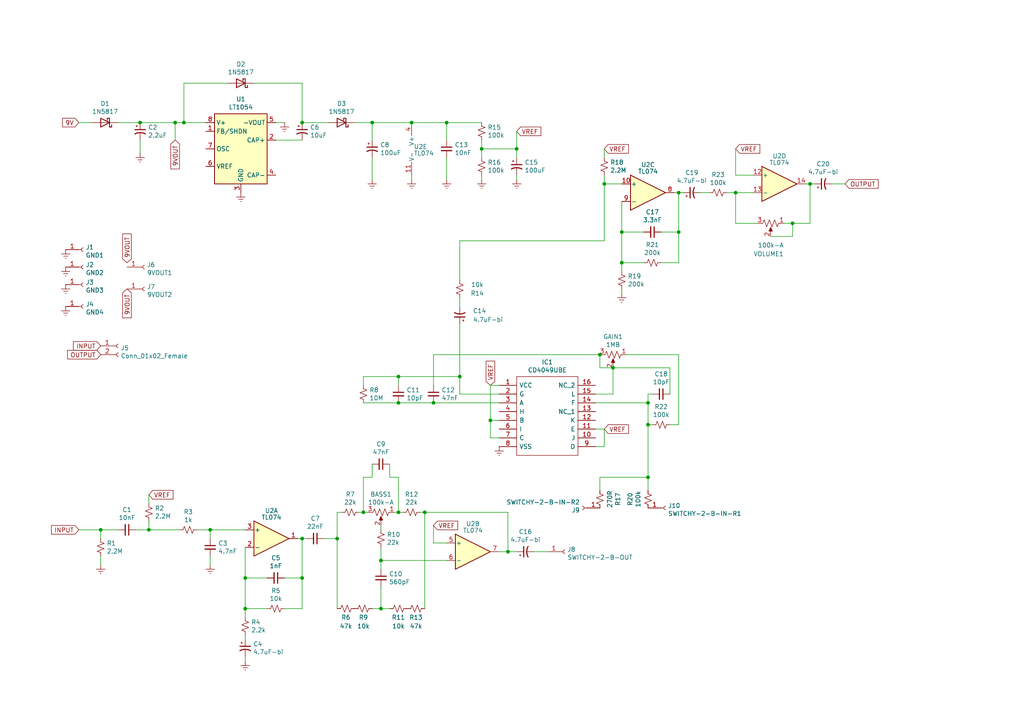
<source format=kicad_sch>
(kicad_sch (version 20230121) (generator eeschema)

  (uuid 7036af83-ac22-4511-9ae8-fe6718cb4d9e)

  (paper "A4")

  (title_block
    (title "Hellerune Overdrive")
    (date "2023-05-22")
    (rev "v1")
    (company "Offworld Serpent Devices")
  )

  (lib_symbols
    (symbol "Amplifier_Operational:TL074" (pin_names (offset 0.127)) (in_bom yes) (on_board yes)
      (property "Reference" "U" (at 0 5.08 0)
        (effects (font (size 1.27 1.27)) (justify left))
      )
      (property "Value" "TL074" (at 0 -5.08 0)
        (effects (font (size 1.27 1.27)) (justify left))
      )
      (property "Footprint" "" (at -1.27 2.54 0)
        (effects (font (size 1.27 1.27)) hide)
      )
      (property "Datasheet" "http://www.ti.com/lit/ds/symlink/tl071.pdf" (at 1.27 5.08 0)
        (effects (font (size 1.27 1.27)) hide)
      )
      (property "ki_locked" "" (at 0 0 0)
        (effects (font (size 1.27 1.27)))
      )
      (property "ki_keywords" "quad opamp" (at 0 0 0)
        (effects (font (size 1.27 1.27)) hide)
      )
      (property "ki_description" "Quad Low-Noise JFET-Input Operational Amplifiers, DIP-14/SOIC-14" (at 0 0 0)
        (effects (font (size 1.27 1.27)) hide)
      )
      (property "ki_fp_filters" "SOIC*3.9x8.7mm*P1.27mm* DIP*W7.62mm* TSSOP*4.4x5mm*P0.65mm* SSOP*5.3x6.2mm*P0.65mm* MSOP*3x3mm*P0.5mm*" (at 0 0 0)
        (effects (font (size 1.27 1.27)) hide)
      )
      (symbol "TL074_1_1"
        (polyline
          (pts
            (xy -5.08 5.08)
            (xy 5.08 0)
            (xy -5.08 -5.08)
            (xy -5.08 5.08)
          )
          (stroke (width 0.254) (type default))
          (fill (type background))
        )
        (pin output line (at 7.62 0 180) (length 2.54)
          (name "~" (effects (font (size 1.27 1.27))))
          (number "1" (effects (font (size 1.27 1.27))))
        )
        (pin input line (at -7.62 -2.54 0) (length 2.54)
          (name "-" (effects (font (size 1.27 1.27))))
          (number "2" (effects (font (size 1.27 1.27))))
        )
        (pin input line (at -7.62 2.54 0) (length 2.54)
          (name "+" (effects (font (size 1.27 1.27))))
          (number "3" (effects (font (size 1.27 1.27))))
        )
      )
      (symbol "TL074_2_1"
        (polyline
          (pts
            (xy -5.08 5.08)
            (xy 5.08 0)
            (xy -5.08 -5.08)
            (xy -5.08 5.08)
          )
          (stroke (width 0.254) (type default))
          (fill (type background))
        )
        (pin input line (at -7.62 2.54 0) (length 2.54)
          (name "+" (effects (font (size 1.27 1.27))))
          (number "5" (effects (font (size 1.27 1.27))))
        )
        (pin input line (at -7.62 -2.54 0) (length 2.54)
          (name "-" (effects (font (size 1.27 1.27))))
          (number "6" (effects (font (size 1.27 1.27))))
        )
        (pin output line (at 7.62 0 180) (length 2.54)
          (name "~" (effects (font (size 1.27 1.27))))
          (number "7" (effects (font (size 1.27 1.27))))
        )
      )
      (symbol "TL074_3_1"
        (polyline
          (pts
            (xy -5.08 5.08)
            (xy 5.08 0)
            (xy -5.08 -5.08)
            (xy -5.08 5.08)
          )
          (stroke (width 0.254) (type default))
          (fill (type background))
        )
        (pin input line (at -7.62 2.54 0) (length 2.54)
          (name "+" (effects (font (size 1.27 1.27))))
          (number "10" (effects (font (size 1.27 1.27))))
        )
        (pin output line (at 7.62 0 180) (length 2.54)
          (name "~" (effects (font (size 1.27 1.27))))
          (number "8" (effects (font (size 1.27 1.27))))
        )
        (pin input line (at -7.62 -2.54 0) (length 2.54)
          (name "-" (effects (font (size 1.27 1.27))))
          (number "9" (effects (font (size 1.27 1.27))))
        )
      )
      (symbol "TL074_4_1"
        (polyline
          (pts
            (xy -5.08 5.08)
            (xy 5.08 0)
            (xy -5.08 -5.08)
            (xy -5.08 5.08)
          )
          (stroke (width 0.254) (type default))
          (fill (type background))
        )
        (pin input line (at -7.62 2.54 0) (length 2.54)
          (name "+" (effects (font (size 1.27 1.27))))
          (number "12" (effects (font (size 1.27 1.27))))
        )
        (pin input line (at -7.62 -2.54 0) (length 2.54)
          (name "-" (effects (font (size 1.27 1.27))))
          (number "13" (effects (font (size 1.27 1.27))))
        )
        (pin output line (at 7.62 0 180) (length 2.54)
          (name "~" (effects (font (size 1.27 1.27))))
          (number "14" (effects (font (size 1.27 1.27))))
        )
      )
      (symbol "TL074_5_1"
        (pin power_in line (at -2.54 -7.62 90) (length 3.81)
          (name "V-" (effects (font (size 1.27 1.27))))
          (number "11" (effects (font (size 1.27 1.27))))
        )
        (pin power_in line (at -2.54 7.62 270) (length 3.81)
          (name "V+" (effects (font (size 1.27 1.27))))
          (number "4" (effects (font (size 1.27 1.27))))
        )
      )
    )
    (symbol "Device:C_Small" (pin_numbers hide) (pin_names (offset 0.254) hide) (in_bom yes) (on_board yes)
      (property "Reference" "C" (at 0.254 1.778 0)
        (effects (font (size 1.27 1.27)) (justify left))
      )
      (property "Value" "C_Small" (at 0.254 -2.032 0)
        (effects (font (size 1.27 1.27)) (justify left))
      )
      (property "Footprint" "" (at 0 0 0)
        (effects (font (size 1.27 1.27)) hide)
      )
      (property "Datasheet" "~" (at 0 0 0)
        (effects (font (size 1.27 1.27)) hide)
      )
      (property "ki_keywords" "capacitor cap" (at 0 0 0)
        (effects (font (size 1.27 1.27)) hide)
      )
      (property "ki_description" "Unpolarized capacitor, small symbol" (at 0 0 0)
        (effects (font (size 1.27 1.27)) hide)
      )
      (property "ki_fp_filters" "C_*" (at 0 0 0)
        (effects (font (size 1.27 1.27)) hide)
      )
      (symbol "C_Small_0_1"
        (polyline
          (pts
            (xy -1.524 -0.508)
            (xy 1.524 -0.508)
          )
          (stroke (width 0.3302) (type default))
          (fill (type none))
        )
        (polyline
          (pts
            (xy -1.524 0.508)
            (xy 1.524 0.508)
          )
          (stroke (width 0.3048) (type default))
          (fill (type none))
        )
      )
      (symbol "C_Small_1_1"
        (pin passive line (at 0 2.54 270) (length 2.032)
          (name "~" (effects (font (size 1.27 1.27))))
          (number "1" (effects (font (size 1.27 1.27))))
        )
        (pin passive line (at 0 -2.54 90) (length 2.032)
          (name "~" (effects (font (size 1.27 1.27))))
          (number "2" (effects (font (size 1.27 1.27))))
        )
      )
    )
    (symbol "Device:R_Small_US" (pin_numbers hide) (pin_names (offset 0.254) hide) (in_bom yes) (on_board yes)
      (property "Reference" "R" (at 0.762 0.508 0)
        (effects (font (size 1.27 1.27)) (justify left))
      )
      (property "Value" "R_Small_US" (at 0.762 -1.016 0)
        (effects (font (size 1.27 1.27)) (justify left))
      )
      (property "Footprint" "" (at 0 0 0)
        (effects (font (size 1.27 1.27)) hide)
      )
      (property "Datasheet" "~" (at 0 0 0)
        (effects (font (size 1.27 1.27)) hide)
      )
      (property "ki_keywords" "r resistor" (at 0 0 0)
        (effects (font (size 1.27 1.27)) hide)
      )
      (property "ki_description" "Resistor, small US symbol" (at 0 0 0)
        (effects (font (size 1.27 1.27)) hide)
      )
      (property "ki_fp_filters" "R_*" (at 0 0 0)
        (effects (font (size 1.27 1.27)) hide)
      )
      (symbol "R_Small_US_1_1"
        (polyline
          (pts
            (xy 0 0)
            (xy 1.016 -0.381)
            (xy 0 -0.762)
            (xy -1.016 -1.143)
            (xy 0 -1.524)
          )
          (stroke (width 0) (type default))
          (fill (type none))
        )
        (polyline
          (pts
            (xy 0 1.524)
            (xy 1.016 1.143)
            (xy 0 0.762)
            (xy -1.016 0.381)
            (xy 0 0)
          )
          (stroke (width 0) (type default))
          (fill (type none))
        )
        (pin passive line (at 0 2.54 270) (length 1.016)
          (name "~" (effects (font (size 1.27 1.27))))
          (number "1" (effects (font (size 1.27 1.27))))
        )
        (pin passive line (at 0 -2.54 90) (length 1.016)
          (name "~" (effects (font (size 1.27 1.27))))
          (number "2" (effects (font (size 1.27 1.27))))
        )
      )
    )
    (symbol "Diode:1N5817" (pin_numbers hide) (pin_names (offset 1.016) hide) (in_bom yes) (on_board yes)
      (property "Reference" "D" (at 0 2.54 0)
        (effects (font (size 1.27 1.27)))
      )
      (property "Value" "1N5817" (at 0 -2.54 0)
        (effects (font (size 1.27 1.27)))
      )
      (property "Footprint" "Diode_THT:D_DO-41_SOD81_P10.16mm_Horizontal" (at 0 -4.445 0)
        (effects (font (size 1.27 1.27)) hide)
      )
      (property "Datasheet" "http://www.vishay.com/docs/88525/1n5817.pdf" (at 0 0 0)
        (effects (font (size 1.27 1.27)) hide)
      )
      (property "ki_keywords" "diode Schottky" (at 0 0 0)
        (effects (font (size 1.27 1.27)) hide)
      )
      (property "ki_description" "20V 1A Schottky Barrier Rectifier Diode, DO-41" (at 0 0 0)
        (effects (font (size 1.27 1.27)) hide)
      )
      (property "ki_fp_filters" "D*DO?41*" (at 0 0 0)
        (effects (font (size 1.27 1.27)) hide)
      )
      (symbol "1N5817_0_1"
        (polyline
          (pts
            (xy 1.27 0)
            (xy -1.27 0)
          )
          (stroke (width 0) (type default))
          (fill (type none))
        )
        (polyline
          (pts
            (xy 1.27 1.27)
            (xy 1.27 -1.27)
            (xy -1.27 0)
            (xy 1.27 1.27)
          )
          (stroke (width 0.254) (type default))
          (fill (type none))
        )
        (polyline
          (pts
            (xy -1.905 0.635)
            (xy -1.905 1.27)
            (xy -1.27 1.27)
            (xy -1.27 -1.27)
            (xy -0.635 -1.27)
            (xy -0.635 -0.635)
          )
          (stroke (width 0.254) (type default))
          (fill (type none))
        )
      )
      (symbol "1N5817_1_1"
        (pin passive line (at -3.81 0 0) (length 2.54)
          (name "K" (effects (font (size 1.27 1.27))))
          (number "1" (effects (font (size 1.27 1.27))))
        )
        (pin passive line (at 3.81 0 180) (length 2.54)
          (name "A" (effects (font (size 1.27 1.27))))
          (number "2" (effects (font (size 1.27 1.27))))
        )
      )
    )
    (symbol "Regulator_SwitchedCapacitor:LT1054" (in_bom yes) (on_board yes)
      (property "Reference" "U" (at -6.604 11.176 0)
        (effects (font (size 1.27 1.27)))
      )
      (property "Value" "LT1054" (at 4.318 11.176 0)
        (effects (font (size 1.27 1.27)))
      )
      (property "Footprint" "" (at 2.54 -2.54 0)
        (effects (font (size 1.27 1.27)) hide)
      )
      (property "Datasheet" "https://www.analog.com/media/en/technical-documentation/data-sheets/1054lfh.pdf" (at 2.54 -2.54 0)
        (effects (font (size 1.27 1.27)) hide)
      )
      (property "ki_keywords" "monolithic bipolar switched capacitor voltage converter regulator inverter doubler shutdown" (at 0 0 0)
        (effects (font (size 1.27 1.27)) hide)
      )
      (property "ki_description" "Switched-Capacitor Voltage Converter with Regulator, output current 100mA, operating range 3.5V to 15V, low loss 1.1V at 100mA, DIP-8/SO-8" (at 0 0 0)
        (effects (font (size 1.27 1.27)) hide)
      )
      (property "ki_fp_filters" "DIP*W7.62mm* SOIC*3.9x4.9mm*" (at 0 0 0)
        (effects (font (size 1.27 1.27)) hide)
      )
      (symbol "LT1054_0_1"
        (rectangle (start -7.62 10.16) (end 7.62 -10.16)
          (stroke (width 0.254) (type default))
          (fill (type background))
        )
      )
      (symbol "LT1054_1_1"
        (pin input line (at -10.16 5.08 0) (length 2.54)
          (name "FB/SHDN" (effects (font (size 1.27 1.27))))
          (number "1" (effects (font (size 1.27 1.27))))
        )
        (pin input line (at 10.16 2.54 180) (length 2.54)
          (name "CAP+" (effects (font (size 1.27 1.27))))
          (number "2" (effects (font (size 1.27 1.27))))
        )
        (pin power_in line (at 0 -12.7 90) (length 2.54)
          (name "GND" (effects (font (size 1.27 1.27))))
          (number "3" (effects (font (size 1.27 1.27))))
        )
        (pin input line (at 10.16 -7.62 180) (length 2.54)
          (name "CAP-" (effects (font (size 1.27 1.27))))
          (number "4" (effects (font (size 1.27 1.27))))
        )
        (pin power_out line (at 10.16 7.62 180) (length 2.54)
          (name "-VOUT" (effects (font (size 1.27 1.27))))
          (number "5" (effects (font (size 1.27 1.27))))
        )
        (pin output line (at -10.16 -5.08 0) (length 2.54)
          (name "VREF" (effects (font (size 1.27 1.27))))
          (number "6" (effects (font (size 1.27 1.27))))
        )
        (pin input line (at -10.16 0 0) (length 2.54)
          (name "OSC" (effects (font (size 1.27 1.27))))
          (number "7" (effects (font (size 1.27 1.27))))
        )
        (pin power_in line (at -10.16 7.62 0) (length 2.54)
          (name "V+" (effects (font (size 1.27 1.27))))
          (number "8" (effects (font (size 1.27 1.27))))
        )
      )
    )
    (symbol "fafnir-v1-rescue:CD4049UBE-CD4049UBE" (pin_names (offset 0.762)) (in_bom yes) (on_board yes)
      (property "Reference" "IC" (at 24.13 7.62 0)
        (effects (font (size 1.27 1.27)) (justify left))
      )
      (property "Value" "CD4049UBE_CD4049UBE" (at 24.13 5.08 0)
        (effects (font (size 1.27 1.27)) (justify left))
      )
      (property "Footprint" "DIP794W53P254L1930H508Q16N" (at 24.13 2.54 0)
        (effects (font (size 1.27 1.27)) (justify left) hide)
      )
      (property "Datasheet" "http://www.ti.com/lit/ds/symlink/cd4049ub.pdf" (at 24.13 0 0)
        (effects (font (size 1.27 1.27)) (justify left) hide)
      )
      (property "Description" "CD4049UBE, Hex Inverter Buffer, Converter, 26mA -0.5  20 V 16-Pin PDIP" (at 24.13 -2.54 0)
        (effects (font (size 1.27 1.27)) (justify left) hide)
      )
      (property "Height" "5.08" (at 24.13 -5.08 0)
        (effects (font (size 1.27 1.27)) (justify left) hide)
      )
      (property "Mouser Part Number" "595-CD4049UBE" (at 24.13 -7.62 0)
        (effects (font (size 1.27 1.27)) (justify left) hide)
      )
      (property "Mouser Price/Stock" "https://www.mouser.co.uk/ProductDetail/Texas-Instruments/CD4049UBE?qs=D5pVkbrsqqLvQoWdk2gTTw%3D%3D" (at 24.13 -10.16 0)
        (effects (font (size 1.27 1.27)) (justify left) hide)
      )
      (property "Manufacturer_Name" "Texas Instruments" (at 24.13 -12.7 0)
        (effects (font (size 1.27 1.27)) (justify left) hide)
      )
      (property "Manufacturer_Part_Number" "CD4049UBE" (at 24.13 -15.24 0)
        (effects (font (size 1.27 1.27)) (justify left) hide)
      )
      (symbol "CD4049UBE-CD4049UBE_0_0"
        (pin passive line (at 0 0 0) (length 5.08)
          (name "VCC" (effects (font (size 1.27 1.27))))
          (number "1" (effects (font (size 1.27 1.27))))
        )
        (pin passive line (at 27.94 -15.24 180) (length 5.08)
          (name "J" (effects (font (size 1.27 1.27))))
          (number "10" (effects (font (size 1.27 1.27))))
        )
        (pin passive line (at 27.94 -12.7 180) (length 5.08)
          (name "E" (effects (font (size 1.27 1.27))))
          (number "11" (effects (font (size 1.27 1.27))))
        )
        (pin passive line (at 27.94 -10.16 180) (length 5.08)
          (name "K" (effects (font (size 1.27 1.27))))
          (number "12" (effects (font (size 1.27 1.27))))
        )
        (pin passive line (at 27.94 -7.62 180) (length 5.08)
          (name "NC_1" (effects (font (size 1.27 1.27))))
          (number "13" (effects (font (size 1.27 1.27))))
        )
        (pin passive line (at 27.94 -5.08 180) (length 5.08)
          (name "F" (effects (font (size 1.27 1.27))))
          (number "14" (effects (font (size 1.27 1.27))))
        )
        (pin passive line (at 27.94 -2.54 180) (length 5.08)
          (name "L" (effects (font (size 1.27 1.27))))
          (number "15" (effects (font (size 1.27 1.27))))
        )
        (pin passive line (at 27.94 0 180) (length 5.08)
          (name "NC_2" (effects (font (size 1.27 1.27))))
          (number "16" (effects (font (size 1.27 1.27))))
        )
        (pin passive line (at 0 -2.54 0) (length 5.08)
          (name "G" (effects (font (size 1.27 1.27))))
          (number "2" (effects (font (size 1.27 1.27))))
        )
        (pin passive line (at 0 -5.08 0) (length 5.08)
          (name "A" (effects (font (size 1.27 1.27))))
          (number "3" (effects (font (size 1.27 1.27))))
        )
        (pin passive line (at 0 -7.62 0) (length 5.08)
          (name "H" (effects (font (size 1.27 1.27))))
          (number "4" (effects (font (size 1.27 1.27))))
        )
        (pin passive line (at 0 -10.16 0) (length 5.08)
          (name "B" (effects (font (size 1.27 1.27))))
          (number "5" (effects (font (size 1.27 1.27))))
        )
        (pin passive line (at 0 -12.7 0) (length 5.08)
          (name "I" (effects (font (size 1.27 1.27))))
          (number "6" (effects (font (size 1.27 1.27))))
        )
        (pin passive line (at 0 -15.24 0) (length 5.08)
          (name "C" (effects (font (size 1.27 1.27))))
          (number "7" (effects (font (size 1.27 1.27))))
        )
        (pin passive line (at 0 -17.78 0) (length 5.08)
          (name "VSS" (effects (font (size 1.27 1.27))))
          (number "8" (effects (font (size 1.27 1.27))))
        )
        (pin passive line (at 27.94 -17.78 180) (length 5.08)
          (name "D" (effects (font (size 1.27 1.27))))
          (number "9" (effects (font (size 1.27 1.27))))
        )
      )
      (symbol "CD4049UBE-CD4049UBE_0_1"
        (polyline
          (pts
            (xy 5.08 2.54)
            (xy 22.86 2.54)
            (xy 22.86 -20.32)
            (xy 5.08 -20.32)
            (xy 5.08 2.54)
          )
          (stroke (width 0.1524) (type solid))
          (fill (type none))
        )
      )
    )
    (symbol "fafnir-v1-rescue:CP1_Small-Device" (pin_numbers hide) (pin_names (offset 0.254) hide) (in_bom yes) (on_board yes)
      (property "Reference" "C" (at 0.254 1.778 0)
        (effects (font (size 1.27 1.27)) (justify left))
      )
      (property "Value" "Device_CP1_Small" (at 0.254 -2.032 0)
        (effects (font (size 1.27 1.27)) (justify left))
      )
      (property "Footprint" "" (at 0 0 0)
        (effects (font (size 1.27 1.27)) hide)
      )
      (property "Datasheet" "" (at 0 0 0)
        (effects (font (size 1.27 1.27)) hide)
      )
      (property "ki_fp_filters" "CP_*" (at 0 0 0)
        (effects (font (size 1.27 1.27)) hide)
      )
      (symbol "CP1_Small-Device_0_1"
        (polyline
          (pts
            (xy -1.524 0.508)
            (xy 1.524 0.508)
          )
          (stroke (width 0.3048) (type solid))
          (fill (type none))
        )
        (polyline
          (pts
            (xy -1.27 1.524)
            (xy -0.762 1.524)
          )
          (stroke (width 0) (type solid))
          (fill (type none))
        )
        (polyline
          (pts
            (xy -1.016 1.27)
            (xy -1.016 1.778)
          )
          (stroke (width 0) (type solid))
          (fill (type none))
        )
        (arc (start 1.524 -0.762) (mid 0 -0.3734) (end -1.524 -0.762)
          (stroke (width 0.3048) (type solid))
          (fill (type none))
        )
      )
      (symbol "CP1_Small-Device_1_1"
        (pin passive line (at 0 2.54 270) (length 2.032)
          (name "~" (effects (font (size 1.27 1.27))))
          (number "1" (effects (font (size 1.27 1.27))))
        )
        (pin passive line (at 0 -2.54 90) (length 2.032)
          (name "~" (effects (font (size 1.27 1.27))))
          (number "2" (effects (font (size 1.27 1.27))))
        )
      )
    )
    (symbol "fafnir-v1-rescue:R_POT_US-Device" (pin_names (offset 1.016) hide) (in_bom yes) (on_board yes)
      (property "Reference" "RV" (at -4.445 0 90)
        (effects (font (size 1.27 1.27)))
      )
      (property "Value" "Device_R_POT_US" (at -2.54 0 90)
        (effects (font (size 1.27 1.27)))
      )
      (property "Footprint" "" (at 0 0 0)
        (effects (font (size 1.27 1.27)) hide)
      )
      (property "Datasheet" "" (at 0 0 0)
        (effects (font (size 1.27 1.27)) hide)
      )
      (property "ki_fp_filters" "Potentiometer*" (at 0 0 0)
        (effects (font (size 1.27 1.27)) hide)
      )
      (symbol "R_POT_US-Device_0_1"
        (polyline
          (pts
            (xy 0 -2.286)
            (xy 0 -2.54)
          )
          (stroke (width 0) (type solid))
          (fill (type none))
        )
        (polyline
          (pts
            (xy 0 2.54)
            (xy 0 2.286)
          )
          (stroke (width 0) (type solid))
          (fill (type none))
        )
        (polyline
          (pts
            (xy 2.54 0)
            (xy 1.524 0)
          )
          (stroke (width 0) (type solid))
          (fill (type none))
        )
        (polyline
          (pts
            (xy 1.143 0)
            (xy 2.286 0.508)
            (xy 2.286 -0.508)
            (xy 1.143 0)
          )
          (stroke (width 0) (type solid))
          (fill (type outline))
        )
        (polyline
          (pts
            (xy 0 -0.762)
            (xy 1.016 -1.143)
            (xy 0 -1.524)
            (xy -1.016 -1.905)
            (xy 0 -2.286)
          )
          (stroke (width 0) (type solid))
          (fill (type none))
        )
        (polyline
          (pts
            (xy 0 0.762)
            (xy 1.016 0.381)
            (xy 0 0)
            (xy -1.016 -0.381)
            (xy 0 -0.762)
          )
          (stroke (width 0) (type solid))
          (fill (type none))
        )
        (polyline
          (pts
            (xy 0 2.286)
            (xy 1.016 1.905)
            (xy 0 1.524)
            (xy -1.016 1.143)
            (xy 0 0.762)
          )
          (stroke (width 0) (type solid))
          (fill (type none))
        )
      )
      (symbol "R_POT_US-Device_1_1"
        (pin passive line (at 0 3.81 270) (length 1.27)
          (name "1" (effects (font (size 1.27 1.27))))
          (number "1" (effects (font (size 1.27 1.27))))
        )
        (pin passive line (at 3.81 0 180) (length 1.27)
          (name "2" (effects (font (size 1.27 1.27))))
          (number "2" (effects (font (size 1.27 1.27))))
        )
        (pin passive line (at 0 -3.81 90) (length 1.27)
          (name "3" (effects (font (size 1.27 1.27))))
          (number "3" (effects (font (size 1.27 1.27))))
        )
      )
    )
    (symbol "malice-striker-v2-rescue:CP1_Small-Device" (pin_numbers hide) (pin_names (offset 0.254) hide) (in_bom yes) (on_board yes)
      (property "Reference" "C" (at 0.254 1.778 0)
        (effects (font (size 1.27 1.27)) (justify left))
      )
      (property "Value" "Device_CP1_Small" (at 0.254 -2.032 0)
        (effects (font (size 1.27 1.27)) (justify left))
      )
      (property "Footprint" "" (at 0 0 0)
        (effects (font (size 1.27 1.27)) hide)
      )
      (property "Datasheet" "" (at 0 0 0)
        (effects (font (size 1.27 1.27)) hide)
      )
      (property "ki_fp_filters" "CP_*" (at 0 0 0)
        (effects (font (size 1.27 1.27)) hide)
      )
      (symbol "CP1_Small-Device_0_1"
        (polyline
          (pts
            (xy -1.524 0.508)
            (xy 1.524 0.508)
          )
          (stroke (width 0.3048) (type solid))
          (fill (type none))
        )
        (polyline
          (pts
            (xy -1.27 1.524)
            (xy -0.762 1.524)
          )
          (stroke (width 0) (type solid))
          (fill (type none))
        )
        (polyline
          (pts
            (xy -1.016 1.27)
            (xy -1.016 1.778)
          )
          (stroke (width 0) (type solid))
          (fill (type none))
        )
        (arc (start 1.524 -0.762) (mid 0 -0.3734) (end -1.524 -0.762)
          (stroke (width 0.3048) (type solid))
          (fill (type none))
        )
      )
      (symbol "CP1_Small-Device_1_1"
        (pin passive line (at 0 2.54 270) (length 2.032)
          (name "~" (effects (font (size 1.27 1.27))))
          (number "1" (effects (font (size 1.27 1.27))))
        )
        (pin passive line (at 0 -2.54 90) (length 2.032)
          (name "~" (effects (font (size 1.27 1.27))))
          (number "2" (effects (font (size 1.27 1.27))))
        )
      )
    )
    (symbol "malice-striker-v2-rescue:Conn_01x01_Female-Connector" (pin_names (offset 1.016) hide) (in_bom yes) (on_board yes)
      (property "Reference" "J" (at 0 2.54 0)
        (effects (font (size 1.27 1.27)))
      )
      (property "Value" "Connector_Conn_01x01_Female" (at 0 -2.54 0)
        (effects (font (size 1.27 1.27)))
      )
      (property "Footprint" "" (at 0 0 0)
        (effects (font (size 1.27 1.27)) hide)
      )
      (property "Datasheet" "" (at 0 0 0)
        (effects (font (size 1.27 1.27)) hide)
      )
      (property "ki_fp_filters" "Connector*:*" (at 0 0 0)
        (effects (font (size 1.27 1.27)) hide)
      )
      (symbol "Conn_01x01_Female-Connector_1_1"
        (polyline
          (pts
            (xy -1.27 0)
            (xy -0.508 0)
          )
          (stroke (width 0.1524) (type solid))
          (fill (type none))
        )
        (arc (start 0 0.508) (mid -0.5058 0) (end 0 -0.508)
          (stroke (width 0.1524) (type solid))
          (fill (type none))
        )
        (pin passive line (at -5.08 0 0) (length 3.81)
          (name "Pin_1" (effects (font (size 1.27 1.27))))
          (number "1" (effects (font (size 1.27 1.27))))
        )
      )
    )
    (symbol "malice-striker-v2-rescue:Conn_01x02_Female-Connector" (pin_names (offset 1.016) hide) (in_bom yes) (on_board yes)
      (property "Reference" "J" (at 0 2.54 0)
        (effects (font (size 1.27 1.27)))
      )
      (property "Value" "Connector_Conn_01x02_Female" (at 0 -5.08 0)
        (effects (font (size 1.27 1.27)))
      )
      (property "Footprint" "" (at 0 0 0)
        (effects (font (size 1.27 1.27)) hide)
      )
      (property "Datasheet" "" (at 0 0 0)
        (effects (font (size 1.27 1.27)) hide)
      )
      (property "ki_fp_filters" "Connector*:*_1x??_*" (at 0 0 0)
        (effects (font (size 1.27 1.27)) hide)
      )
      (symbol "Conn_01x02_Female-Connector_1_1"
        (arc (start 0 -2.032) (mid -0.5058 -2.54) (end 0 -3.048)
          (stroke (width 0.1524) (type solid))
          (fill (type none))
        )
        (polyline
          (pts
            (xy -1.27 -2.54)
            (xy -0.508 -2.54)
          )
          (stroke (width 0.1524) (type solid))
          (fill (type none))
        )
        (polyline
          (pts
            (xy -1.27 0)
            (xy -0.508 0)
          )
          (stroke (width 0.1524) (type solid))
          (fill (type none))
        )
        (arc (start 0 0.508) (mid -0.5058 0) (end 0 -0.508)
          (stroke (width 0.1524) (type solid))
          (fill (type none))
        )
        (pin passive line (at -5.08 0 0) (length 3.81)
          (name "Pin_1" (effects (font (size 1.27 1.27))))
          (number "1" (effects (font (size 1.27 1.27))))
        )
        (pin passive line (at -5.08 -2.54 0) (length 3.81)
          (name "Pin_2" (effects (font (size 1.27 1.27))))
          (number "2" (effects (font (size 1.27 1.27))))
        )
      )
    )
    (symbol "malice-striker-v2-rescue:R_POT_US-Device" (pin_names (offset 1.016) hide) (in_bom yes) (on_board yes)
      (property "Reference" "RV" (at -4.445 0 90)
        (effects (font (size 1.27 1.27)))
      )
      (property "Value" "Device_R_POT_US" (at -2.54 0 90)
        (effects (font (size 1.27 1.27)))
      )
      (property "Footprint" "" (at 0 0 0)
        (effects (font (size 1.27 1.27)) hide)
      )
      (property "Datasheet" "" (at 0 0 0)
        (effects (font (size 1.27 1.27)) hide)
      )
      (property "ki_fp_filters" "Potentiometer*" (at 0 0 0)
        (effects (font (size 1.27 1.27)) hide)
      )
      (symbol "R_POT_US-Device_0_1"
        (polyline
          (pts
            (xy 0 -2.286)
            (xy 0 -2.54)
          )
          (stroke (width 0) (type solid))
          (fill (type none))
        )
        (polyline
          (pts
            (xy 0 2.54)
            (xy 0 2.286)
          )
          (stroke (width 0) (type solid))
          (fill (type none))
        )
        (polyline
          (pts
            (xy 2.54 0)
            (xy 1.524 0)
          )
          (stroke (width 0) (type solid))
          (fill (type none))
        )
        (polyline
          (pts
            (xy 1.143 0)
            (xy 2.286 0.508)
            (xy 2.286 -0.508)
            (xy 1.143 0)
          )
          (stroke (width 0) (type solid))
          (fill (type outline))
        )
        (polyline
          (pts
            (xy 0 -0.762)
            (xy 1.016 -1.143)
            (xy 0 -1.524)
            (xy -1.016 -1.905)
            (xy 0 -2.286)
          )
          (stroke (width 0) (type solid))
          (fill (type none))
        )
        (polyline
          (pts
            (xy 0 0.762)
            (xy 1.016 0.381)
            (xy 0 0)
            (xy -1.016 -0.381)
            (xy 0 -0.762)
          )
          (stroke (width 0) (type solid))
          (fill (type none))
        )
        (polyline
          (pts
            (xy 0 2.286)
            (xy 1.016 1.905)
            (xy 0 1.524)
            (xy -1.016 1.143)
            (xy 0 0.762)
          )
          (stroke (width 0) (type solid))
          (fill (type none))
        )
      )
      (symbol "R_POT_US-Device_1_1"
        (pin passive line (at 0 3.81 270) (length 1.27)
          (name "1" (effects (font (size 1.27 1.27))))
          (number "1" (effects (font (size 1.27 1.27))))
        )
        (pin passive line (at 3.81 0 180) (length 1.27)
          (name "2" (effects (font (size 1.27 1.27))))
          (number "2" (effects (font (size 1.27 1.27))))
        )
        (pin passive line (at 0 -3.81 90) (length 1.27)
          (name "3" (effects (font (size 1.27 1.27))))
          (number "3" (effects (font (size 1.27 1.27))))
        )
      )
    )
    (symbol "power:Earth" (power) (pin_names (offset 0)) (in_bom yes) (on_board yes)
      (property "Reference" "#PWR" (at 0 -6.35 0)
        (effects (font (size 1.27 1.27)) hide)
      )
      (property "Value" "Earth" (at 0 -3.81 0)
        (effects (font (size 1.27 1.27)) hide)
      )
      (property "Footprint" "" (at 0 0 0)
        (effects (font (size 1.27 1.27)) hide)
      )
      (property "Datasheet" "~" (at 0 0 0)
        (effects (font (size 1.27 1.27)) hide)
      )
      (property "ki_keywords" "global ground gnd" (at 0 0 0)
        (effects (font (size 1.27 1.27)) hide)
      )
      (property "ki_description" "Power symbol creates a global label with name \"Earth\"" (at 0 0 0)
        (effects (font (size 1.27 1.27)) hide)
      )
      (symbol "Earth_0_1"
        (polyline
          (pts
            (xy -0.635 -1.905)
            (xy 0.635 -1.905)
          )
          (stroke (width 0) (type default))
          (fill (type none))
        )
        (polyline
          (pts
            (xy -0.127 -2.54)
            (xy 0.127 -2.54)
          )
          (stroke (width 0) (type default))
          (fill (type none))
        )
        (polyline
          (pts
            (xy 0 -1.27)
            (xy 0 0)
          )
          (stroke (width 0) (type default))
          (fill (type none))
        )
        (polyline
          (pts
            (xy 1.27 -1.27)
            (xy -1.27 -1.27)
          )
          (stroke (width 0) (type default))
          (fill (type none))
        )
      )
      (symbol "Earth_1_1"
        (pin power_in line (at 0 0 270) (length 0) hide
          (name "Earth" (effects (font (size 1.27 1.27))))
          (number "1" (effects (font (size 1.27 1.27))))
        )
      )
    )
  )


  (junction (at 97.79 156.21) (diameter 0) (color 0 0 0 0)
    (uuid 02ec3ea3-0303-4702-8525-8f72d9736984)
  )
  (junction (at 105.41 148.59) (diameter 0) (color 0 0 0 0)
    (uuid 03cdb015-3a62-4b80-8e0a-0600aa8a5aeb)
  )
  (junction (at 139.7 43.18) (diameter 0) (color 0 0 0 0)
    (uuid 06e34024-3676-4d11-962a-b5a6cfd898b3)
  )
  (junction (at 147.32 160.02) (diameter 0) (color 0 0 0 0)
    (uuid 097051c9-c780-4668-a090-a0e04c818ca8)
  )
  (junction (at 107.95 35.56) (diameter 0) (color 0 0 0 0)
    (uuid 0b9b512f-5a6e-40b0-980c-ed19bbf033a9)
  )
  (junction (at 115.57 116.84) (diameter 0) (color 0 0 0 0)
    (uuid 149e771b-03ac-4c3a-b615-d7991e932bf8)
  )
  (junction (at 187.96 116.84) (diameter 0) (color 0 0 0 0)
    (uuid 1654ac83-2cd0-4fc9-92d0-93a0c68be5c4)
  )
  (junction (at 29.21 153.67) (diameter 0) (color 0 0 0 0)
    (uuid 165fd85e-dc24-490d-adc0-0f258e3c4335)
  )
  (junction (at 50.8 35.56) (diameter 0) (color 0 0 0 0)
    (uuid 1c4c2096-495d-4669-b2fe-cee5fcc7b21d)
  )
  (junction (at 43.18 153.67) (diameter 0) (color 0 0 0 0)
    (uuid 41caac57-3111-477d-bbe1-8d303c6b1f05)
  )
  (junction (at 175.26 53.34) (diameter 0) (color 0 0 0 0)
    (uuid 4207ebbe-b387-4a9d-8e76-724a53c5227e)
  )
  (junction (at 142.24 121.92) (diameter 0) (color 0 0 0 0)
    (uuid 45ab2623-0d49-4522-8fbc-32a276feeafa)
  )
  (junction (at 213.36 55.88) (diameter 0) (color 0 0 0 0)
    (uuid 55918132-bbce-4105-af22-085b799153c1)
  )
  (junction (at 71.12 176.53) (diameter 0) (color 0 0 0 0)
    (uuid 5ef47030-dedf-4c66-95e7-01c91768d787)
  )
  (junction (at 187.96 123.19) (diameter 0) (color 0 0 0 0)
    (uuid 6c019962-c6ce-4b41-a136-ed3e1f60fe04)
  )
  (junction (at 173.99 102.87) (diameter 0) (color 0 0 0 0)
    (uuid 6ea7a4cf-0a3f-4ff3-acf3-1d542316b952)
  )
  (junction (at 53.34 35.56) (diameter 0) (color 0 0 0 0)
    (uuid 78474806-4e50-4273-a1a0-a320946ed930)
  )
  (junction (at 115.57 148.59) (diameter 0) (color 0 0 0 0)
    (uuid 7992c798-e12e-4b18-91c9-5ad3d782546b)
  )
  (junction (at 125.73 116.84) (diameter 0) (color 0 0 0 0)
    (uuid 79aa3478-7bc7-4fcf-986a-70745caeea44)
  )
  (junction (at 180.34 67.31) (diameter 0) (color 0 0 0 0)
    (uuid 7ef9a97c-41d7-4ad7-b5a0-5f54aeed329e)
  )
  (junction (at 110.49 162.56) (diameter 0) (color 0 0 0 0)
    (uuid 7f0143c8-0811-4292-925c-b1816fb57bc4)
  )
  (junction (at 133.35 109.22) (diameter 0) (color 0 0 0 0)
    (uuid 7f60d544-fa54-44b5-8a93-6d65ab9c6bde)
  )
  (junction (at 71.12 167.64) (diameter 0) (color 0 0 0 0)
    (uuid 8a36050f-3b91-4c11-b7fe-771c3a199c60)
  )
  (junction (at 180.34 76.2) (diameter 0) (color 0 0 0 0)
    (uuid 8aedecbd-d970-489b-b6f5-fcd343f60e14)
  )
  (junction (at 40.64 35.56) (diameter 0) (color 0 0 0 0)
    (uuid 9077650d-7944-4a5f-b5b3-9ce08072f59e)
  )
  (junction (at 177.8 106.68) (diameter 0) (color 0 0 0 0)
    (uuid 96c546c1-6794-4549-9a14-dbe51a8a285f)
  )
  (junction (at 119.38 35.56) (diameter 0) (color 0 0 0 0)
    (uuid 9e68d55b-d91e-4f8f-a61a-7c08b8c13c8c)
  )
  (junction (at 196.85 67.31) (diameter 0) (color 0 0 0 0)
    (uuid ad718acf-ec4c-400c-b1ab-8545bee0f058)
  )
  (junction (at 187.96 138.43) (diameter 0) (color 0 0 0 0)
    (uuid b5b57719-fe40-4ecf-a369-81164036073d)
  )
  (junction (at 149.86 43.18) (diameter 0) (color 0 0 0 0)
    (uuid c48c6dac-aa59-46d3-bb85-0f7877a178e3)
  )
  (junction (at 196.85 55.88) (diameter 0) (color 0 0 0 0)
    (uuid c7df2edc-dff7-43de-8db1-43fd19836302)
  )
  (junction (at 123.19 148.59) (diameter 0) (color 0 0 0 0)
    (uuid ca665fde-539b-47de-97f2-15b794d91393)
  )
  (junction (at 115.57 109.22) (diameter 0) (color 0 0 0 0)
    (uuid cb5aa2b4-fbe2-4734-8323-9cd38faaa719)
  )
  (junction (at 129.54 35.56) (diameter 0) (color 0 0 0 0)
    (uuid cda40654-074e-40c1-89c3-1e529d90b997)
  )
  (junction (at 60.96 153.67) (diameter 0) (color 0 0 0 0)
    (uuid d19b57f2-23b0-407c-969c-a3103cf7b7a6)
  )
  (junction (at 87.63 156.21) (diameter 0) (color 0 0 0 0)
    (uuid e1cb385e-f8bb-4db5-bf8f-c2229192ed6e)
  )
  (junction (at 87.63 35.56) (diameter 0) (color 0 0 0 0)
    (uuid f4465de5-ddb3-4c10-95c8-ad6065d137c6)
  )
  (junction (at 110.49 176.53) (diameter 0) (color 0 0 0 0)
    (uuid f8fee09f-8fdf-44e1-87f1-74938290b297)
  )
  (junction (at 234.95 53.34) (diameter 0) (color 0 0 0 0)
    (uuid fa316927-6a5e-4790-84aa-ba601e5703ba)
  )
  (junction (at 87.63 167.64) (diameter 0) (color 0 0 0 0)
    (uuid fa44815e-590e-4278-9140-8b263d4d2474)
  )
  (junction (at 229.87 64.77) (diameter 0) (color 0 0 0 0)
    (uuid fc2a3f97-888a-48aa-906d-f30aab013bf6)
  )

  (wire (pts (xy 115.57 148.59) (xy 115.57 138.43))
    (stroke (width 0) (type default))
    (uuid 00fc45b9-df18-4dc4-b080-9a9fe051be38)
  )
  (wire (pts (xy 71.12 158.75) (xy 71.12 167.64))
    (stroke (width 0) (type default))
    (uuid 01726341-09e7-4327-853f-6ce872a1101f)
  )
  (wire (pts (xy 105.41 111.76) (xy 105.41 109.22))
    (stroke (width 0) (type default))
    (uuid 03939bc8-83e4-47b2-b92b-a469edfc478d)
  )
  (wire (pts (xy 40.64 40.64) (xy 40.64 44.45))
    (stroke (width 0) (type default))
    (uuid 04257801-f485-4806-b43e-90496e1ca167)
  )
  (wire (pts (xy 196.85 67.31) (xy 196.85 76.2))
    (stroke (width 0) (type default))
    (uuid 04c52817-7a2a-422b-9ec2-6ab5f46cd0bb)
  )
  (wire (pts (xy 175.26 53.34) (xy 175.26 50.8))
    (stroke (width 0) (type default))
    (uuid 07b1cc5b-bfb4-4468-9ffd-b8c381e670e6)
  )
  (wire (pts (xy 234.95 53.34) (xy 234.95 64.77))
    (stroke (width 0) (type default))
    (uuid 08bd1ca5-00e4-4a8c-9c4d-32f46489601a)
  )
  (wire (pts (xy 29.21 153.67) (xy 29.21 156.21))
    (stroke (width 0) (type default))
    (uuid 092923bc-c3bd-4ddc-af96-e37427d12044)
  )
  (wire (pts (xy 102.87 35.56) (xy 107.95 35.56))
    (stroke (width 0) (type default))
    (uuid 0d378543-64e1-40df-b581-874908636060)
  )
  (wire (pts (xy 123.19 148.59) (xy 123.19 176.53))
    (stroke (width 0) (type default))
    (uuid 0dfc0343-3dd1-4a00-b5b7-9c9f2b48250b)
  )
  (wire (pts (xy 87.63 35.56) (xy 95.25 35.56))
    (stroke (width 0) (type default))
    (uuid 0e6fe281-51f0-47ea-b156-81d5a6abd755)
  )
  (wire (pts (xy 187.96 114.3) (xy 189.23 114.3))
    (stroke (width 0) (type default))
    (uuid 11b8b934-ca0e-4378-a4e8-7fd102e7bf66)
  )
  (wire (pts (xy 149.86 38.1) (xy 149.86 43.18))
    (stroke (width 0) (type default))
    (uuid 178fc538-117f-4ef2-8e4c-e0392c86b003)
  )
  (wire (pts (xy 133.35 69.85) (xy 175.26 69.85))
    (stroke (width 0) (type default))
    (uuid 18a76f87-a9db-42d1-99db-aa8d2cfa3d3a)
  )
  (wire (pts (xy 191.77 76.2) (xy 196.85 76.2))
    (stroke (width 0) (type default))
    (uuid 190a83b5-4fc5-4c36-9294-3308124bd03c)
  )
  (wire (pts (xy 191.77 67.31) (xy 196.85 67.31))
    (stroke (width 0) (type default))
    (uuid 199cc130-f892-4fef-9d11-80447f5201b0)
  )
  (wire (pts (xy 180.34 83.82) (xy 180.34 85.09))
    (stroke (width 0) (type default))
    (uuid 19eb272f-a5e7-4ad0-bf9f-68eb7e9ebb9f)
  )
  (wire (pts (xy 110.49 165.1) (xy 110.49 162.56))
    (stroke (width 0) (type default))
    (uuid 1a1c4fdf-d2f4-4441-bd46-f2a384f0f9c9)
  )
  (wire (pts (xy 60.96 156.21) (xy 60.96 153.67))
    (stroke (width 0) (type default))
    (uuid 1ad2ddb5-0864-46dd-8d87-2c1a2f2a13c1)
  )
  (wire (pts (xy 82.55 176.53) (xy 87.63 176.53))
    (stroke (width 0) (type default))
    (uuid 1bf46db9-80a4-4cd9-b44e-64c2a0d5d634)
  )
  (wire (pts (xy 71.12 190.5) (xy 71.12 191.77))
    (stroke (width 0) (type default))
    (uuid 1d4a4c67-c634-4cdc-a8f1-5c4b501207ac)
  )
  (wire (pts (xy 50.8 35.56) (xy 50.8 40.64))
    (stroke (width 0) (type default))
    (uuid 1dbae51c-20e0-49a9-a8fa-5452842f25f0)
  )
  (wire (pts (xy 173.99 106.68) (xy 173.99 102.87))
    (stroke (width 0) (type default))
    (uuid 2183b26d-1fed-4207-ad6c-5dd58fe2b11f)
  )
  (wire (pts (xy 107.95 52.07) (xy 107.95 45.72))
    (stroke (width 0) (type default))
    (uuid 2188f057-544b-478d-a672-75e1e905f0f4)
  )
  (wire (pts (xy 177.8 114.3) (xy 177.8 106.68))
    (stroke (width 0) (type default))
    (uuid 23b986e2-ebac-4387-aea3-8c8c7ecef7a0)
  )
  (wire (pts (xy 144.78 160.02) (xy 147.32 160.02))
    (stroke (width 0) (type default))
    (uuid 2559dcdf-7169-47f7-b79d-4a4d77c9f375)
  )
  (wire (pts (xy 154.94 160.02) (xy 158.75 160.02))
    (stroke (width 0) (type default))
    (uuid 256e40ac-16dd-4084-8ab7-ec36479a497c)
  )
  (wire (pts (xy 142.24 121.92) (xy 142.24 111.76))
    (stroke (width 0) (type default))
    (uuid 29542ba4-3130-41e9-a728-4ccae335554c)
  )
  (wire (pts (xy 93.98 156.21) (xy 97.79 156.21))
    (stroke (width 0) (type default))
    (uuid 29a8bc77-12fa-4893-b378-5056ccc9d226)
  )
  (wire (pts (xy 87.63 156.21) (xy 86.36 156.21))
    (stroke (width 0) (type default))
    (uuid 2cde31e6-d34f-4462-b818-052556267e1e)
  )
  (wire (pts (xy 172.72 114.3) (xy 177.8 114.3))
    (stroke (width 0) (type default))
    (uuid 2da21513-8e6b-445c-ac5f-75de88e883c1)
  )
  (wire (pts (xy 229.87 64.77) (xy 227.33 64.77))
    (stroke (width 0) (type default))
    (uuid 2f12200f-0d36-4d2a-9f1b-96b7f4f74a8b)
  )
  (wire (pts (xy 234.95 53.34) (xy 233.68 53.34))
    (stroke (width 0) (type default))
    (uuid 3285df08-3a3a-4355-93a8-2ecb28b9ea46)
  )
  (wire (pts (xy 34.29 35.56) (xy 40.64 35.56))
    (stroke (width 0) (type default))
    (uuid 35a3f3ab-2a85-46d9-9b53-e11a477f50f6)
  )
  (wire (pts (xy 80.01 40.64) (xy 87.63 40.64))
    (stroke (width 0) (type default))
    (uuid 36d6f9ce-7e3f-4210-bf77-7e1950c989ec)
  )
  (wire (pts (xy 97.79 156.21) (xy 97.79 176.53))
    (stroke (width 0) (type default))
    (uuid 3855caef-5524-41c8-86c3-b4e103574191)
  )
  (wire (pts (xy 107.95 138.43) (xy 105.41 138.43))
    (stroke (width 0) (type default))
    (uuid 39b62880-e953-40da-be7a-c438593fe895)
  )
  (wire (pts (xy 133.35 69.85) (xy 133.35 81.28))
    (stroke (width 0) (type default))
    (uuid 3b64835d-ed90-431c-9015-f0f0e24f33bc)
  )
  (wire (pts (xy 241.3 53.34) (xy 245.11 53.34))
    (stroke (width 0) (type default))
    (uuid 3ca685f6-1163-44b1-a946-998fda132c44)
  )
  (wire (pts (xy 139.7 45.72) (xy 139.7 43.18))
    (stroke (width 0) (type default))
    (uuid 3ff5e2cc-5899-40d5-8c22-7986dc217c20)
  )
  (wire (pts (xy 180.34 58.42) (xy 180.34 67.31))
    (stroke (width 0) (type default))
    (uuid 4059e3d1-96c4-4307-b17c-acc64416ca40)
  )
  (wire (pts (xy 107.95 35.56) (xy 119.38 35.56))
    (stroke (width 0) (type default))
    (uuid 4206cc0d-e456-40aa-85ca-f95ba8dec202)
  )
  (wire (pts (xy 116.84 148.59) (xy 115.57 148.59))
    (stroke (width 0) (type default))
    (uuid 42d05e9f-cbb2-4b98-b4b0-d1563c8e1ff8)
  )
  (wire (pts (xy 133.35 86.36) (xy 133.35 88.9))
    (stroke (width 0) (type default))
    (uuid 4302d022-1d64-4ae3-8410-87cb9632e719)
  )
  (wire (pts (xy 187.96 138.43) (xy 173.99 138.43))
    (stroke (width 0) (type default))
    (uuid 442bace8-f4ef-42ab-bf99-4cf7ea079e1e)
  )
  (wire (pts (xy 187.96 138.43) (xy 187.96 142.24))
    (stroke (width 0) (type default))
    (uuid 453a07e7-726a-4fac-8b21-a0bde3baa979)
  )
  (wire (pts (xy 172.72 124.46) (xy 175.26 124.46))
    (stroke (width 0) (type default))
    (uuid 46908558-2f9a-4af3-b630-276e4fbc046b)
  )
  (wire (pts (xy 187.96 116.84) (xy 187.96 123.19))
    (stroke (width 0) (type default))
    (uuid 469ef0a3-4bdf-4cfd-af49-b9d77d0e631b)
  )
  (wire (pts (xy 194.31 106.68) (xy 194.31 114.3))
    (stroke (width 0) (type default))
    (uuid 4708a9ec-348c-423e-a4e1-67587bb299d5)
  )
  (wire (pts (xy 115.57 148.59) (xy 114.3 148.59))
    (stroke (width 0) (type default))
    (uuid 49ee3b82-4786-4f56-bd3c-8b5710c79404)
  )
  (wire (pts (xy 29.21 161.29) (xy 29.21 163.83))
    (stroke (width 0) (type default))
    (uuid 4a241eaa-9b15-42f3-9558-5c843b3af44b)
  )
  (wire (pts (xy 186.69 76.2) (xy 180.34 76.2))
    (stroke (width 0) (type default))
    (uuid 4b5d8d18-71cf-46ce-a303-3278bfe970b3)
  )
  (wire (pts (xy 105.41 109.22) (xy 115.57 109.22))
    (stroke (width 0) (type default))
    (uuid 4bad2fc7-7cac-481e-b485-e2052d3c1201)
  )
  (wire (pts (xy 110.49 170.18) (xy 110.49 176.53))
    (stroke (width 0) (type default))
    (uuid 503762e8-1f77-489a-afec-5f1b00de3aa2)
  )
  (wire (pts (xy 218.44 55.88) (xy 213.36 55.88))
    (stroke (width 0) (type default))
    (uuid 516d6105-2e8d-469e-90a6-12967c062107)
  )
  (wire (pts (xy 142.24 121.92) (xy 144.78 121.92))
    (stroke (width 0) (type default))
    (uuid 55347014-f5db-400d-8215-f5ed8f248c14)
  )
  (wire (pts (xy 175.26 69.85) (xy 175.26 53.34))
    (stroke (width 0) (type default))
    (uuid 569279f6-6dfc-434a-a374-6417ab1da314)
  )
  (wire (pts (xy 40.64 35.56) (xy 50.8 35.56))
    (stroke (width 0) (type default))
    (uuid 57342b39-20ad-4830-bc7d-fd85a32394f9)
  )
  (wire (pts (xy 52.07 153.67) (xy 43.18 153.67))
    (stroke (width 0) (type default))
    (uuid 57efbe07-4085-42c3-a95a-6dab75013249)
  )
  (wire (pts (xy 60.96 153.67) (xy 57.15 153.67))
    (stroke (width 0) (type default))
    (uuid 58fe5bb6-5b99-4bb0-a507-37cef27848fe)
  )
  (wire (pts (xy 125.73 102.87) (xy 173.99 102.87))
    (stroke (width 0) (type default))
    (uuid 59e4961c-d5e3-4b4d-ba82-bf2c5039e7c9)
  )
  (wire (pts (xy 187.96 123.19) (xy 187.96 138.43))
    (stroke (width 0) (type default))
    (uuid 5de502d2-03fb-40ea-89d1-029b83a6fdb0)
  )
  (wire (pts (xy 196.85 55.88) (xy 196.85 67.31))
    (stroke (width 0) (type default))
    (uuid 5ecf5dcb-13f6-46de-b981-235f3aa99fe6)
  )
  (wire (pts (xy 107.95 176.53) (xy 110.49 176.53))
    (stroke (width 0) (type default))
    (uuid 5f664da7-5526-4ab3-ad1d-1d0a5954ff93)
  )
  (wire (pts (xy 187.96 116.84) (xy 187.96 114.3))
    (stroke (width 0) (type default))
    (uuid 601b9d23-cdc9-442c-830b-91d760293416)
  )
  (wire (pts (xy 82.55 167.64) (xy 87.63 167.64))
    (stroke (width 0) (type default))
    (uuid 60bd4567-247d-44bd-8bd5-590656bb724c)
  )
  (wire (pts (xy 172.72 129.54) (xy 175.26 129.54))
    (stroke (width 0) (type default))
    (uuid 61da6f36-5c40-4d17-b8e3-a357dafddb82)
  )
  (wire (pts (xy 129.54 35.56) (xy 139.7 35.56))
    (stroke (width 0) (type default))
    (uuid 63004d75-64e6-4e37-bde9-cb694128af7b)
  )
  (wire (pts (xy 195.58 55.88) (xy 196.85 55.88))
    (stroke (width 0) (type default))
    (uuid 63791cbb-6e85-4dab-9821-4f2fa3d2911d)
  )
  (wire (pts (xy 149.86 45.72) (xy 149.86 43.18))
    (stroke (width 0) (type default))
    (uuid 64cc4705-aa44-4b71-b750-abcfcf0d3cab)
  )
  (wire (pts (xy 213.36 55.88) (xy 213.36 64.77))
    (stroke (width 0) (type default))
    (uuid 67593541-1838-4056-b03e-cd949bdb14f8)
  )
  (wire (pts (xy 223.52 68.58) (xy 229.87 68.58))
    (stroke (width 0) (type default))
    (uuid 6dc99a31-10ad-49dc-b046-46e76377c585)
  )
  (wire (pts (xy 123.19 148.59) (xy 121.92 148.59))
    (stroke (width 0) (type default))
    (uuid 6ea8c54d-2243-4150-94df-fedd30db581f)
  )
  (wire (pts (xy 53.34 35.56) (xy 53.34 24.13))
    (stroke (width 0) (type default))
    (uuid 7107829c-930b-4a2e-bd95-3dafbb1128fd)
  )
  (wire (pts (xy 82.55 35.56) (xy 80.01 35.56))
    (stroke (width 0) (type default))
    (uuid 71c8eacc-d7da-4e15-98b5-4aa1ffbfa634)
  )
  (wire (pts (xy 43.18 153.67) (xy 43.18 151.13))
    (stroke (width 0) (type default))
    (uuid 71cc3903-b17a-4d67-b574-b30778f37584)
  )
  (wire (pts (xy 144.78 114.3) (xy 133.35 114.3))
    (stroke (width 0) (type default))
    (uuid 722cd0a6-5fcc-40df-bfac-82c7233170d6)
  )
  (wire (pts (xy 186.69 67.31) (xy 180.34 67.31))
    (stroke (width 0) (type default))
    (uuid 752d1150-9b63-445b-b964-bc6be4a595bb)
  )
  (wire (pts (xy 177.8 106.68) (xy 194.31 106.68))
    (stroke (width 0) (type default))
    (uuid 767d4daa-a747-42a7-95af-a29d8d9b6f43)
  )
  (wire (pts (xy 229.87 68.58) (xy 229.87 64.77))
    (stroke (width 0) (type default))
    (uuid 767fd767-1e84-4b09-90f7-ea4e3d46464e)
  )
  (wire (pts (xy 119.38 35.56) (xy 129.54 35.56))
    (stroke (width 0) (type default))
    (uuid 78506e74-f71d-45b5-92b9-3b603acdb741)
  )
  (wire (pts (xy 196.85 123.19) (xy 194.31 123.19))
    (stroke (width 0) (type default))
    (uuid 79b2260d-66a3-4bb3-8d29-72d88b00e965)
  )
  (wire (pts (xy 175.26 129.54) (xy 175.26 124.46))
    (stroke (width 0) (type default))
    (uuid 7b6aafd8-99bd-4ea2-9e3c-8342c0b3fd9c)
  )
  (wire (pts (xy 218.44 50.8) (xy 213.36 50.8))
    (stroke (width 0) (type default))
    (uuid 7bdc1bcc-5d34-4b26-8b31-dc80b9d9d502)
  )
  (wire (pts (xy 77.47 176.53) (xy 71.12 176.53))
    (stroke (width 0) (type default))
    (uuid 7bdfd2df-f687-4dfc-9e3c-c2e60eda3cac)
  )
  (wire (pts (xy 213.36 43.18) (xy 213.36 50.8))
    (stroke (width 0) (type default))
    (uuid 7e56e6fb-548b-4868-81b0-f4a265add3d4)
  )
  (wire (pts (xy 144.78 116.84) (xy 125.73 116.84))
    (stroke (width 0) (type default))
    (uuid 7e6a99b3-9135-4436-b597-d134cc3e96a5)
  )
  (wire (pts (xy 229.87 64.77) (xy 234.95 64.77))
    (stroke (width 0) (type default))
    (uuid 7e7f8269-aa3b-4e2e-9985-48dd5b01b645)
  )
  (wire (pts (xy 87.63 156.21) (xy 87.63 167.64))
    (stroke (width 0) (type default))
    (uuid 83d64c28-46da-4fef-a5d5-30b616981ca5)
  )
  (wire (pts (xy 123.19 148.59) (xy 147.32 148.59))
    (stroke (width 0) (type default))
    (uuid 8430d85b-f0b7-4ccf-a484-922591b5d12f)
  )
  (wire (pts (xy 203.2 55.88) (xy 205.74 55.88))
    (stroke (width 0) (type default))
    (uuid 84886775-b1d0-4c21-ab8e-1771c1f44631)
  )
  (wire (pts (xy 105.41 148.59) (xy 105.41 138.43))
    (stroke (width 0) (type default))
    (uuid 86b50bd2-38c4-4e2b-b2a8-711629f51356)
  )
  (wire (pts (xy 60.96 161.29) (xy 60.96 163.83))
    (stroke (width 0) (type default))
    (uuid 86c5c87f-667f-42b4-9383-7f10c1a0f0af)
  )
  (wire (pts (xy 180.34 53.34) (xy 175.26 53.34))
    (stroke (width 0) (type default))
    (uuid 87154542-dd1c-4ba7-a9de-617e9922c5b5)
  )
  (wire (pts (xy 115.57 111.76) (xy 115.57 109.22))
    (stroke (width 0) (type default))
    (uuid 95f67079-f8f7-4a80-bdf2-73293030517f)
  )
  (wire (pts (xy 71.12 167.64) (xy 71.12 176.53))
    (stroke (width 0) (type default))
    (uuid 971195ae-58d4-4600-9d0f-0910b96ec386)
  )
  (wire (pts (xy 129.54 35.56) (xy 129.54 40.64))
    (stroke (width 0) (type default))
    (uuid 98328bcd-a677-4c7a-abdf-6915b7b5aaa6)
  )
  (wire (pts (xy 133.35 93.98) (xy 133.35 109.22))
    (stroke (width 0) (type default))
    (uuid 99a0db7c-8f4f-402c-a8fa-aa647f2e0cdf)
  )
  (wire (pts (xy 115.57 109.22) (xy 133.35 109.22))
    (stroke (width 0) (type default))
    (uuid 9a9c713c-269a-4f36-adb3-605085c0a5b4)
  )
  (wire (pts (xy 71.12 184.15) (xy 71.12 185.42))
    (stroke (width 0) (type default))
    (uuid 9c5324df-f953-4704-b086-b0de3c7b9151)
  )
  (wire (pts (xy 125.73 152.4) (xy 125.73 157.48))
    (stroke (width 0) (type default))
    (uuid 9c61820a-059c-4b99-a803-e68c2e2bcf36)
  )
  (wire (pts (xy 113.03 138.43) (xy 115.57 138.43))
    (stroke (width 0) (type default))
    (uuid 9cd5c146-ed8d-4466-8fca-c5595da87121)
  )
  (wire (pts (xy 129.54 52.07) (xy 129.54 45.72))
    (stroke (width 0) (type default))
    (uuid 9fe6a873-9d9b-40e9-9b28-ccbcc4ee17c7)
  )
  (wire (pts (xy 139.7 52.07) (xy 139.7 50.8))
    (stroke (width 0) (type default))
    (uuid a2b25551-7910-4cd2-a291-7a544bab7be1)
  )
  (wire (pts (xy 43.18 143.51) (xy 43.18 146.05))
    (stroke (width 0) (type default))
    (uuid a87a7335-3bcd-46e7-bf94-7730a1d10a6a)
  )
  (wire (pts (xy 105.41 116.84) (xy 115.57 116.84))
    (stroke (width 0) (type default))
    (uuid af0430ae-7b25-4be9-8ae5-cf96f3dea9fb)
  )
  (wire (pts (xy 87.63 24.13) (xy 87.63 35.56))
    (stroke (width 0) (type default))
    (uuid afaefe23-c1ca-4dfb-865d-55d16ee671cf)
  )
  (wire (pts (xy 119.38 50.8) (xy 119.38 52.07))
    (stroke (width 0) (type default))
    (uuid b230bb5c-2b21-46aa-974c-3e8cfb7876eb)
  )
  (wire (pts (xy 175.26 43.18) (xy 175.26 45.72))
    (stroke (width 0) (type default))
    (uuid b4e91434-fe64-4a01-a6fa-83327a4b6f44)
  )
  (wire (pts (xy 139.7 43.18) (xy 139.7 40.64))
    (stroke (width 0) (type default))
    (uuid b51824d1-199d-4e5c-9c8b-907ccdc500ea)
  )
  (wire (pts (xy 125.73 111.76) (xy 125.73 102.87))
    (stroke (width 0) (type default))
    (uuid b655670f-76f1-495d-bd3a-3706584b364b)
  )
  (wire (pts (xy 29.21 153.67) (xy 34.29 153.67))
    (stroke (width 0) (type default))
    (uuid b675537c-c48d-4d21-ae71-316a4d1dc1db)
  )
  (wire (pts (xy 133.35 114.3) (xy 133.35 109.22))
    (stroke (width 0) (type default))
    (uuid baa9fe30-a423-435c-bda5-12f594b96fbe)
  )
  (wire (pts (xy 213.36 55.88) (xy 210.82 55.88))
    (stroke (width 0) (type default))
    (uuid bc4b7ab9-65ed-4121-ab6f-398a10cb068b)
  )
  (wire (pts (xy 144.78 127) (xy 142.24 127))
    (stroke (width 0) (type default))
    (uuid bd45fea9-dbbc-4da5-a455-9d5fce04e161)
  )
  (wire (pts (xy 71.12 153.67) (xy 60.96 153.67))
    (stroke (width 0) (type default))
    (uuid be019478-bcb0-4531-9138-6e6baeeb6aad)
  )
  (wire (pts (xy 22.86 153.67) (xy 29.21 153.67))
    (stroke (width 0) (type default))
    (uuid beec0c88-e077-47de-a0bc-79cb20f11288)
  )
  (wire (pts (xy 53.34 24.13) (xy 66.04 24.13))
    (stroke (width 0) (type default))
    (uuid bf441564-edd5-48df-93bf-bcb06899f1de)
  )
  (wire (pts (xy 187.96 123.19) (xy 189.23 123.19))
    (stroke (width 0) (type default))
    (uuid c0998331-d7b3-4362-9307-e0603c314c6b)
  )
  (wire (pts (xy 149.86 43.18) (xy 139.7 43.18))
    (stroke (width 0) (type default))
    (uuid c339f603-104e-44db-b971-a6492c190363)
  )
  (wire (pts (xy 196.85 102.87) (xy 196.85 123.19))
    (stroke (width 0) (type default))
    (uuid c3b8d957-27c1-46c2-9945-74a0835c58f1)
  )
  (wire (pts (xy 129.54 157.48) (xy 125.73 157.48))
    (stroke (width 0) (type default))
    (uuid c5cd7462-5190-4401-9bca-f62f9c87c120)
  )
  (wire (pts (xy 110.49 152.4) (xy 110.49 153.67))
    (stroke (width 0) (type default))
    (uuid c6ae32be-e33e-44e2-a7bf-955edcc0bf44)
  )
  (wire (pts (xy 39.37 153.67) (xy 43.18 153.67))
    (stroke (width 0) (type default))
    (uuid c6b7caad-3b69-4f94-9476-c1e1561cc7c7)
  )
  (wire (pts (xy 97.79 148.59) (xy 99.06 148.59))
    (stroke (width 0) (type default))
    (uuid c73b94b0-4535-4572-9480-06e614417076)
  )
  (wire (pts (xy 77.47 167.64) (xy 71.12 167.64))
    (stroke (width 0) (type default))
    (uuid c74b328e-a06b-4690-936d-56668529f901)
  )
  (wire (pts (xy 147.32 160.02) (xy 149.86 160.02))
    (stroke (width 0) (type default))
    (uuid c7743002-29be-4cdf-86d3-c9c388d7e964)
  )
  (wire (pts (xy 172.72 116.84) (xy 187.96 116.84))
    (stroke (width 0) (type default))
    (uuid c811c2d9-cab1-40fd-9dc8-1ffc78e09028)
  )
  (wire (pts (xy 110.49 158.75) (xy 110.49 162.56))
    (stroke (width 0) (type default))
    (uuid caf3affa-7a7d-48f4-81ac-e055e7090c9f)
  )
  (wire (pts (xy 180.34 67.31) (xy 180.34 76.2))
    (stroke (width 0) (type default))
    (uuid cb9e0ac3-e5e0-4ed9-a4f9-9cb09abe085a)
  )
  (wire (pts (xy 196.85 55.88) (xy 198.12 55.88))
    (stroke (width 0) (type default))
    (uuid cba0b7c7-66be-4e49-b1ed-3fbbbfd5c3f1)
  )
  (wire (pts (xy 181.61 102.87) (xy 196.85 102.87))
    (stroke (width 0) (type default))
    (uuid cde1a9af-2da6-4fb6-b09e-f43eac26ce53)
  )
  (wire (pts (xy 115.57 116.84) (xy 125.73 116.84))
    (stroke (width 0) (type default))
    (uuid cdf19388-a694-4780-82b4-403efecedac4)
  )
  (wire (pts (xy 71.12 176.53) (xy 71.12 179.07))
    (stroke (width 0) (type default))
    (uuid d35f7472-9afa-4651-b3e6-95c18bf0e927)
  )
  (wire (pts (xy 173.99 138.43) (xy 173.99 142.24))
    (stroke (width 0) (type default))
    (uuid d49f9837-fa6a-479d-8bbb-24d296227173)
  )
  (wire (pts (xy 107.95 35.56) (xy 107.95 40.64))
    (stroke (width 0) (type default))
    (uuid d52184e0-4c81-4a1f-9d36-63a8a5198e9a)
  )
  (wire (pts (xy 22.86 35.56) (xy 26.67 35.56))
    (stroke (width 0) (type default))
    (uuid d5755943-471e-426f-9a97-46f7bea1f09b)
  )
  (wire (pts (xy 105.41 148.59) (xy 106.68 148.59))
    (stroke (width 0) (type default))
    (uuid d76e0157-24b7-4302-b3ab-f2ae9432c640)
  )
  (wire (pts (xy 88.9 156.21) (xy 87.63 156.21))
    (stroke (width 0) (type default))
    (uuid db6a1cc1-2c68-4185-8522-47c2d50fa0ac)
  )
  (wire (pts (xy 147.32 148.59) (xy 147.32 160.02))
    (stroke (width 0) (type default))
    (uuid dcb8fcbf-9b07-4820-8508-e344f9522e0f)
  )
  (wire (pts (xy 53.34 35.56) (xy 59.69 35.56))
    (stroke (width 0) (type default))
    (uuid dedbf6e9-7d56-4012-8017-137ac2c1b66d)
  )
  (wire (pts (xy 142.24 127) (xy 142.24 121.92))
    (stroke (width 0) (type default))
    (uuid e35db8c2-0a74-4cc0-a0e0-c2238a76d1b7)
  )
  (wire (pts (xy 107.95 138.43) (xy 107.95 134.62))
    (stroke (width 0) (type default))
    (uuid e8e77532-0a24-43b3-b58e-b47f7d05a84a)
  )
  (wire (pts (xy 97.79 148.59) (xy 97.79 156.21))
    (stroke (width 0) (type default))
    (uuid eac7436e-0435-4a21-ad6c-f12fedec8e6c)
  )
  (wire (pts (xy 87.63 167.64) (xy 87.63 176.53))
    (stroke (width 0) (type default))
    (uuid eb58e913-de3b-4c84-afc6-d00d29f5534c)
  )
  (wire (pts (xy 234.95 53.34) (xy 236.22 53.34))
    (stroke (width 0) (type default))
    (uuid ef220583-1819-4d62-8650-1aee5a96533a)
  )
  (wire (pts (xy 104.14 148.59) (xy 105.41 148.59))
    (stroke (width 0) (type default))
    (uuid f039ebd0-116c-4db9-983f-c323f1ede0bc)
  )
  (wire (pts (xy 113.03 176.53) (xy 110.49 176.53))
    (stroke (width 0) (type default))
    (uuid f0d63737-7d80-4cce-8a00-2dfd10d88a91)
  )
  (wire (pts (xy 180.34 76.2) (xy 180.34 78.74))
    (stroke (width 0) (type default))
    (uuid f1734409-6135-4ef6-93e4-1bde2b7f51da)
  )
  (wire (pts (xy 50.8 35.56) (xy 53.34 35.56))
    (stroke (width 0) (type default))
    (uuid f207ac56-5bee-4779-b468-9e7607c8516d)
  )
  (wire (pts (xy 73.66 24.13) (xy 87.63 24.13))
    (stroke (width 0) (type default))
    (uuid f339bb97-0b84-4ee7-b832-6dedf668dc1a)
  )
  (wire (pts (xy 177.8 106.68) (xy 173.99 106.68))
    (stroke (width 0) (type default))
    (uuid f4afaafb-45f7-486f-988f-160eee685f1d)
  )
  (wire (pts (xy 110.49 162.56) (xy 129.54 162.56))
    (stroke (width 0) (type default))
    (uuid f57ca356-97a0-4924-9fa1-09891d0d44c3)
  )
  (wire (pts (xy 213.36 64.77) (xy 219.71 64.77))
    (stroke (width 0) (type default))
    (uuid fa1690e0-516e-4ec6-a1c9-dc0416364f1c)
  )
  (wire (pts (xy 113.03 138.43) (xy 113.03 134.62))
    (stroke (width 0) (type default))
    (uuid fa329c78-beab-402b-9ea1-4f764de6dc20)
  )
  (wire (pts (xy 149.86 52.07) (xy 149.86 50.8))
    (stroke (width 0) (type default))
    (uuid fe77a96d-5648-412f-91b4-a9e905144558)
  )
  (wire (pts (xy 142.24 111.76) (xy 144.78 111.76))
    (stroke (width 0) (type default))
    (uuid feb10bd1-92fe-4f02-a5ee-d3f6a2b41a80)
  )

  (global_label "VREF" (shape input) (at 149.86 38.1 0)
    (effects (font (size 1.27 1.27)) (justify left))
    (uuid 00874f0b-b4eb-430a-9ee2-acd3ead8e386)
    (property "Intersheetrefs" "${INTERSHEET_REFS}" (at 149.86 38.1 0)
      (effects (font (size 1.27 1.27)) hide)
    )
  )
  (global_label "9VOUT" (shape input) (at 36.83 76.2 90)
    (effects (font (size 1.27 1.27)) (justify left))
    (uuid 0fd259c5-99c9-4a68-af6a-2f800c1cac6a)
    (property "Intersheetrefs" "${INTERSHEET_REFS}" (at 36.83 76.2 0)
      (effects (font (size 1.27 1.27)) hide)
    )
  )
  (global_label "INPUT" (shape input) (at 22.86 153.67 180)
    (effects (font (size 1.27 1.27)) (justify right))
    (uuid 15ab7248-536e-4d3c-ba9c-4a13d815f22c)
    (property "Intersheetrefs" "${INTERSHEET_REFS}" (at 22.86 153.67 0)
      (effects (font (size 1.27 1.27)) hide)
    )
  )
  (global_label "9VOUT" (shape input) (at 36.83 83.82 270)
    (effects (font (size 1.27 1.27)) (justify right))
    (uuid 195965b9-1e52-4704-aad8-1082b521ebe0)
    (property "Intersheetrefs" "${INTERSHEET_REFS}" (at 36.83 83.82 0)
      (effects (font (size 1.27 1.27)) hide)
    )
  )
  (global_label "9V" (shape input) (at 22.86 35.56 180)
    (effects (font (size 1.27 1.27)) (justify right))
    (uuid 28c0a777-39ad-42ec-8292-11e21155a39d)
    (property "Intersheetrefs" "${INTERSHEET_REFS}" (at 22.86 35.56 0)
      (effects (font (size 1.27 1.27)) hide)
    )
  )
  (global_label "VREF" (shape input) (at 43.18 143.51 0)
    (effects (font (size 1.27 1.27)) (justify left))
    (uuid 3abd0402-e615-4760-b67b-2d9adeaee673)
    (property "Intersheetrefs" "${INTERSHEET_REFS}" (at 43.18 143.51 0)
      (effects (font (size 1.27 1.27)) hide)
    )
  )
  (global_label "VREF" (shape input) (at 175.26 124.46 0)
    (effects (font (size 1.27 1.27)) (justify left))
    (uuid 81564954-2814-44d7-857d-d407976c949d)
    (property "Intersheetrefs" "${INTERSHEET_REFS}" (at 175.26 124.46 0)
      (effects (font (size 1.27 1.27)) hide)
    )
  )
  (global_label "VREF" (shape input) (at 125.73 152.4 0)
    (effects (font (size 1.27 1.27)) (justify left))
    (uuid bb7caca1-45fe-4ac6-9ac8-b8db671ad4d3)
    (property "Intersheetrefs" "${INTERSHEET_REFS}" (at 125.73 152.4 0)
      (effects (font (size 1.27 1.27)) hide)
    )
  )
  (global_label "9VOUT" (shape input) (at 50.8 40.64 270)
    (effects (font (size 1.27 1.27)) (justify right))
    (uuid c7197a2a-3ed0-494e-b666-2ad474d32cea)
    (property "Intersheetrefs" "${INTERSHEET_REFS}" (at 50.8 40.64 0)
      (effects (font (size 1.27 1.27)) hide)
    )
  )
  (global_label "OUTPUT" (shape input) (at 245.11 53.34 0)
    (effects (font (size 1.27 1.27)) (justify left))
    (uuid cf6f4eb2-af8a-404d-abd3-e6831961c2c1)
    (property "Intersheetrefs" "${INTERSHEET_REFS}" (at 245.11 53.34 0)
      (effects (font (size 1.27 1.27)) hide)
    )
  )
  (global_label "VREF" (shape input) (at 175.26 43.18 0)
    (effects (font (size 1.27 1.27)) (justify left))
    (uuid d59939e4-b086-4f5d-972e-15d9e5965cfd)
    (property "Intersheetrefs" "${INTERSHEET_REFS}" (at 175.26 43.18 0)
      (effects (font (size 1.27 1.27)) hide)
    )
  )
  (global_label "INPUT" (shape input) (at 29.21 100.33 180)
    (effects (font (size 1.27 1.27)) (justify right))
    (uuid d5c804c6-ba8b-4aca-bb4c-1f656885cc45)
    (property "Intersheetrefs" "${INTERSHEET_REFS}" (at 29.21 100.33 0)
      (effects (font (size 1.27 1.27)) hide)
    )
  )
  (global_label "OUTPUT" (shape input) (at 29.21 102.87 180)
    (effects (font (size 1.27 1.27)) (justify right))
    (uuid e63d547e-d862-4b61-ac61-f77621e2e7ca)
    (property "Intersheetrefs" "${INTERSHEET_REFS}" (at 29.21 102.87 0)
      (effects (font (size 1.27 1.27)) hide)
    )
  )
  (global_label "VREF" (shape input) (at 213.36 43.18 0)
    (effects (font (size 1.27 1.27)) (justify left))
    (uuid f392fdb1-f5d0-475f-898f-70d2a5ca261f)
    (property "Intersheetrefs" "${INTERSHEET_REFS}" (at 213.36 43.18 0)
      (effects (font (size 1.27 1.27)) hide)
    )
  )
  (global_label "VREF" (shape input) (at 142.24 111.76 90)
    (effects (font (size 1.27 1.27)) (justify left))
    (uuid f399c1e4-2db8-4be2-8d47-0a814c5dacad)
    (property "Intersheetrefs" "${INTERSHEET_REFS}" (at 142.24 111.76 0)
      (effects (font (size 1.27 1.27)) hide)
    )
  )

  (symbol (lib_id "power:Earth") (at 144.78 129.54 0) (unit 1)
    (in_bom yes) (on_board yes) (dnp no)
    (uuid 0243bd0e-d742-4648-875d-14482f7aa920)
    (property "Reference" "#PWR015" (at 144.78 135.89 0)
      (effects (font (size 1.27 1.27)) hide)
    )
    (property "Value" "Earth" (at 144.78 133.35 0)
      (effects (font (size 1.27 1.27)) hide)
    )
    (property "Footprint" "" (at 144.78 129.54 0)
      (effects (font (size 1.27 1.27)) hide)
    )
    (property "Datasheet" "~" (at 144.78 129.54 0)
      (effects (font (size 1.27 1.27)) hide)
    )
    (pin "1" (uuid 75e6dc2d-6bd0-4738-89cc-f8053cdf0a7e))
    (instances
      (project "hellerune"
        (path "/7036af83-ac22-4511-9ae8-fe6718cb4d9e"
          (reference "#PWR015") (unit 1)
        )
      )
      (project "fafnir-v1"
        (path "/ecd30221-625d-478d-990a-8e66d86a74af"
          (reference "#PWR06") (unit 1)
        )
      )
    )
  )

  (symbol (lib_id "Device:R_Small_US") (at 43.18 148.59 0) (unit 1)
    (in_bom yes) (on_board yes) (dnp no)
    (uuid 03e874ab-6bc3-4ab3-8d38-29ab28cdef55)
    (property "Reference" "R2" (at 44.9072 147.4216 0)
      (effects (font (size 1.27 1.27)) (justify left))
    )
    (property "Value" "2.2M" (at 44.9072 149.733 0)
      (effects (font (size 1.27 1.27)) (justify left))
    )
    (property "Footprint" "Resistor_SMD:R_1206_3216Metric" (at 43.18 148.59 0)
      (effects (font (size 1.27 1.27)) hide)
    )
    (property "Datasheet" "~" (at 43.18 148.59 0)
      (effects (font (size 1.27 1.27)) hide)
    )
    (pin "1" (uuid cd39aae4-5ca9-4060-a04a-1c1f7e2f416b))
    (pin "2" (uuid 6baf3ead-b2f4-4d58-89b2-a55d2c4d7b49))
    (instances
      (project "hellerune"
        (path "/7036af83-ac22-4511-9ae8-fe6718cb4d9e"
          (reference "R2") (unit 1)
        )
      )
      (project "malice-striker-v2"
        (path "/fed48d88-9175-44c3-9445-f07dec3c93d4"
          (reference "R2") (unit 1)
        )
      )
    )
  )

  (symbol (lib_id "power:Earth") (at 149.86 52.07 0) (unit 1)
    (in_bom yes) (on_board yes) (dnp no)
    (uuid 0a3bb7c6-1414-46f1-8792-4a0acb664fe7)
    (property "Reference" "#PWR016" (at 149.86 58.42 0)
      (effects (font (size 1.27 1.27)) hide)
    )
    (property "Value" "Earth" (at 149.86 55.88 0)
      (effects (font (size 1.27 1.27)) hide)
    )
    (property "Footprint" "" (at 149.86 52.07 0)
      (effects (font (size 1.27 1.27)) hide)
    )
    (property "Datasheet" "~" (at 149.86 52.07 0)
      (effects (font (size 1.27 1.27)) hide)
    )
    (pin "1" (uuid fd7b57b8-dc6a-4042-b48c-af77a7618532))
    (instances
      (project "hellerune"
        (path "/7036af83-ac22-4511-9ae8-fe6718cb4d9e"
          (reference "#PWR016") (unit 1)
        )
      )
      (project "malice-striker-v2"
        (path "/fed48d88-9175-44c3-9445-f07dec3c93d4"
          (reference "#PWR012") (unit 1)
        )
      )
    )
  )

  (symbol (lib_id "Device:C_Small") (at 115.57 114.3 0) (unit 1)
    (in_bom yes) (on_board yes) (dnp no)
    (uuid 0af72be2-056f-4095-800b-f23c832bc535)
    (property "Reference" "C11" (at 117.9068 113.1316 0)
      (effects (font (size 1.27 1.27)) (justify left))
    )
    (property "Value" "10pF" (at 117.9068 115.443 0)
      (effects (font (size 1.27 1.27)) (justify left))
    )
    (property "Footprint" "" (at 115.57 114.3 0)
      (effects (font (size 1.27 1.27)) hide)
    )
    (property "Datasheet" "~" (at 115.57 114.3 0)
      (effects (font (size 1.27 1.27)) hide)
    )
    (pin "1" (uuid 3d4c6306-0e6f-4fa2-a1c3-2164fd05826b))
    (pin "2" (uuid 3d0a2bce-94c6-4e96-a2d1-f772270a0f49))
    (instances
      (project "hellerune"
        (path "/7036af83-ac22-4511-9ae8-fe6718cb4d9e"
          (reference "C11") (unit 1)
        )
      )
      (project "fafnir-v1"
        (path "/ecd30221-625d-478d-990a-8e66d86a74af"
          (reference "C3") (unit 1)
        )
      )
    )
  )

  (symbol (lib_id "malice-striker-v2-rescue:Conn_01x01_Female-Connector") (at 168.91 147.32 180) (unit 1)
    (in_bom yes) (on_board yes) (dnp no)
    (uuid 0c839ec5-ee13-450a-85c8-a2f55335fb5d)
    (property "Reference" "J7" (at 168.1988 147.9804 0)
      (effects (font (size 1.27 1.27)) (justify left))
    )
    (property "Value" "SWITCHY-2-B-IN-R2" (at 168.1988 145.669 0)
      (effects (font (size 1.27 1.27)) (justify left))
    )
    (property "Footprint" "Connector_PinSocket_2.54mm:PinSocket_1x01_P2.54mm_Vertical" (at 168.91 147.32 0)
      (effects (font (size 1.27 1.27)) hide)
    )
    (property "Datasheet" "~" (at 168.91 147.32 0)
      (effects (font (size 1.27 1.27)) hide)
    )
    (pin "1" (uuid d8b2afe0-9359-4ff0-9c98-5bd94d37bec8))
    (instances
      (project "malice-striker-v2"
        (path "/01edfd28-dfc6-4c6c-8282-7997ca109482"
          (reference "J7") (unit 1)
        )
      )
      (project "hellerune"
        (path "/7036af83-ac22-4511-9ae8-fe6718cb4d9e"
          (reference "J9") (unit 1)
        )
      )
    )
  )

  (symbol (lib_id "power:Earth") (at 60.96 163.83 0) (unit 1)
    (in_bom yes) (on_board yes) (dnp no)
    (uuid 16c2b76b-d4a7-4207-9eae-ce746eae9400)
    (property "Reference" "#PWR07" (at 60.96 170.18 0)
      (effects (font (size 1.27 1.27)) hide)
    )
    (property "Value" "Earth" (at 60.96 167.64 0)
      (effects (font (size 1.27 1.27)) hide)
    )
    (property "Footprint" "" (at 60.96 163.83 0)
      (effects (font (size 1.27 1.27)) hide)
    )
    (property "Datasheet" "~" (at 60.96 163.83 0)
      (effects (font (size 1.27 1.27)) hide)
    )
    (pin "1" (uuid 87a46f59-882c-48b8-97d7-a6e1c7b44a79))
    (instances
      (project "hellerune"
        (path "/7036af83-ac22-4511-9ae8-fe6718cb4d9e"
          (reference "#PWR07") (unit 1)
        )
      )
      (project "malice-striker-v2"
        (path "/fed48d88-9175-44c3-9445-f07dec3c93d4"
          (reference "#PWR0102") (unit 1)
        )
      )
    )
  )

  (symbol (lib_id "Device:R_Small_US") (at 105.41 176.53 90) (unit 1)
    (in_bom yes) (on_board yes) (dnp no)
    (uuid 1bd36bb0-9401-4ec4-9e6c-5def2f18ce0c)
    (property "Reference" "R18" (at 105.41 179.07 90)
      (effects (font (size 1.27 1.27)))
    )
    (property "Value" "10k" (at 105.41 181.61 90)
      (effects (font (size 1.27 1.27)))
    )
    (property "Footprint" "Resistor_SMD:R_1206_3216Metric" (at 105.41 176.53 0)
      (effects (font (size 1.27 1.27)) hide)
    )
    (property "Datasheet" "~" (at 105.41 176.53 0)
      (effects (font (size 1.27 1.27)) hide)
    )
    (pin "1" (uuid 5c78ed56-d611-4087-bbde-11d613573586))
    (pin "2" (uuid e70c67a2-4853-4603-8779-c154140c3a6b))
    (instances
      (project "malice-striker-v2"
        (path "/01edfd28-dfc6-4c6c-8282-7997ca109482"
          (reference "R18") (unit 1)
        )
      )
      (project "hellerune"
        (path "/7036af83-ac22-4511-9ae8-fe6718cb4d9e"
          (reference "R9") (unit 1)
        )
      )
    )
  )

  (symbol (lib_id "malice-striker-v2-rescue:Conn_01x01_Female-Connector") (at 24.13 82.55 0) (unit 1)
    (in_bom yes) (on_board yes) (dnp no)
    (uuid 1f35ef22-9104-4b58-9a3f-a7cef61e67ca)
    (property "Reference" "J7" (at 24.8412 81.8896 0)
      (effects (font (size 1.27 1.27)) (justify left))
    )
    (property "Value" "GND3" (at 24.8412 84.201 0)
      (effects (font (size 1.27 1.27)) (justify left))
    )
    (property "Footprint" "Connector_PinSocket_2.54mm:PinSocket_1x01_P2.54mm_Vertical" (at 24.13 82.55 0)
      (effects (font (size 1.27 1.27)) hide)
    )
    (property "Datasheet" "~" (at 24.13 82.55 0)
      (effects (font (size 1.27 1.27)) hide)
    )
    (pin "1" (uuid c70c2195-f629-4ddb-aa03-f888c9e11bb1))
    (instances
      (project "malice-striker-v2"
        (path "/01edfd28-dfc6-4c6c-8282-7997ca109482"
          (reference "J7") (unit 1)
        )
      )
      (project "hellerune"
        (path "/7036af83-ac22-4511-9ae8-fe6718cb4d9e"
          (reference "J3") (unit 1)
        )
      )
    )
  )

  (symbol (lib_id "Device:R_Small_US") (at 100.33 176.53 90) (unit 1)
    (in_bom yes) (on_board yes) (dnp no)
    (uuid 201e8368-e5a7-4db3-afdb-3b1cb6af63b2)
    (property "Reference" "R18" (at 100.33 179.07 90)
      (effects (font (size 1.27 1.27)))
    )
    (property "Value" "47k" (at 100.33 181.61 90)
      (effects (font (size 1.27 1.27)))
    )
    (property "Footprint" "Resistor_SMD:R_1206_3216Metric" (at 100.33 176.53 0)
      (effects (font (size 1.27 1.27)) hide)
    )
    (property "Datasheet" "~" (at 100.33 176.53 0)
      (effects (font (size 1.27 1.27)) hide)
    )
    (pin "1" (uuid 144dccd3-b3b8-497f-ba3b-1bc995f62641))
    (pin "2" (uuid 055a0a0c-3a58-4666-a0b0-3043353e9bca))
    (instances
      (project "malice-striker-v2"
        (path "/01edfd28-dfc6-4c6c-8282-7997ca109482"
          (reference "R18") (unit 1)
        )
      )
      (project "hellerune"
        (path "/7036af83-ac22-4511-9ae8-fe6718cb4d9e"
          (reference "R6") (unit 1)
        )
      )
    )
  )

  (symbol (lib_id "malice-striker-v2-rescue:Conn_01x01_Female-Connector") (at 24.13 72.39 0) (unit 1)
    (in_bom yes) (on_board yes) (dnp no)
    (uuid 2183e7e1-1ab4-4ad0-82e4-60ce3f098ca0)
    (property "Reference" "J5" (at 24.8412 71.7296 0)
      (effects (font (size 1.27 1.27)) (justify left))
    )
    (property "Value" "GND1" (at 24.8412 74.041 0)
      (effects (font (size 1.27 1.27)) (justify left))
    )
    (property "Footprint" "Connector_PinSocket_2.54mm:PinSocket_1x01_P2.54mm_Vertical" (at 24.13 72.39 0)
      (effects (font (size 1.27 1.27)) hide)
    )
    (property "Datasheet" "~" (at 24.13 72.39 0)
      (effects (font (size 1.27 1.27)) hide)
    )
    (pin "1" (uuid 137d008f-d65c-4212-9c6d-9c2573a05a75))
    (instances
      (project "malice-striker-v2"
        (path "/01edfd28-dfc6-4c6c-8282-7997ca109482"
          (reference "J5") (unit 1)
        )
      )
      (project "hellerune"
        (path "/7036af83-ac22-4511-9ae8-fe6718cb4d9e"
          (reference "J1") (unit 1)
        )
      )
    )
  )

  (symbol (lib_id "power:Earth") (at 139.7 52.07 0) (unit 1)
    (in_bom yes) (on_board yes) (dnp no)
    (uuid 245d01cf-8a25-40bf-b522-68d806c4c284)
    (property "Reference" "#PWR014" (at 139.7 58.42 0)
      (effects (font (size 1.27 1.27)) hide)
    )
    (property "Value" "Earth" (at 139.7 55.88 0)
      (effects (font (size 1.27 1.27)) hide)
    )
    (property "Footprint" "" (at 139.7 52.07 0)
      (effects (font (size 1.27 1.27)) hide)
    )
    (property "Datasheet" "~" (at 139.7 52.07 0)
      (effects (font (size 1.27 1.27)) hide)
    )
    (pin "1" (uuid a74ace60-0c3e-4fa7-8541-8b6951df385c))
    (instances
      (project "hellerune"
        (path "/7036af83-ac22-4511-9ae8-fe6718cb4d9e"
          (reference "#PWR014") (unit 1)
        )
      )
      (project "malice-striker-v2"
        (path "/fed48d88-9175-44c3-9445-f07dec3c93d4"
          (reference "#PWR011") (unit 1)
        )
      )
    )
  )

  (symbol (lib_id "Amplifier_Operational:TL074") (at 137.16 160.02 0) (unit 2)
    (in_bom yes) (on_board yes) (dnp no) (fields_autoplaced)
    (uuid 276c681e-5976-4e9a-a6e7-3d1e06cf7f35)
    (property "Reference" "U2" (at 137.16 151.9301 0)
      (effects (font (size 1.27 1.27)))
    )
    (property "Value" "TL074" (at 137.16 153.8511 0)
      (effects (font (size 1.27 1.27)))
    )
    (property "Footprint" "" (at 135.89 157.48 0)
      (effects (font (size 1.27 1.27)) hide)
    )
    (property "Datasheet" "http://www.ti.com/lit/ds/symlink/tl071.pdf" (at 138.43 154.94 0)
      (effects (font (size 1.27 1.27)) hide)
    )
    (pin "1" (uuid aad2331f-9337-4733-91a9-5c197763c47d))
    (pin "2" (uuid 4a59cc1f-3102-4049-8181-fbf460090c46))
    (pin "3" (uuid 0a5d5e80-b595-4019-80d5-b0213d2718e0))
    (pin "5" (uuid 00265726-3d68-4d7d-833a-ad82a42ca955))
    (pin "6" (uuid e4c94de9-d72f-45f1-843f-a387535752af))
    (pin "7" (uuid 3c94bb56-ed3b-4758-a57a-33a818ba0e83))
    (pin "10" (uuid 2daa3867-7b04-4431-91fd-89c979753c86))
    (pin "8" (uuid a710cecf-ecb0-4333-96c0-4a0201766d48))
    (pin "9" (uuid 8878fc44-b377-40fe-a419-78b3b7214c64))
    (pin "12" (uuid 5adf538e-1d6d-4cfd-920b-3cdd64c72b32))
    (pin "13" (uuid 12015ff7-3c39-416c-b0f6-ef9e78419fd2))
    (pin "14" (uuid fb65cde4-f6d7-40cb-8c57-526881e3e0fb))
    (pin "11" (uuid c3a7504f-2c7f-448f-8ba4-dc6506cd479b))
    (pin "4" (uuid a8751213-3719-4c1c-a5e6-2f24057685a6))
    (instances
      (project "hellerune"
        (path "/7036af83-ac22-4511-9ae8-fe6718cb4d9e"
          (reference "U2") (unit 2)
        )
      )
    )
  )

  (symbol (lib_id "Device:R_Small_US") (at 133.35 83.82 180) (unit 1)
    (in_bom yes) (on_board yes) (dnp no)
    (uuid 282c728b-075a-42e5-9ab2-8bb90446f84d)
    (property "Reference" "R18" (at 138.43 85.09 0)
      (effects (font (size 1.27 1.27)))
    )
    (property "Value" "10k" (at 138.43 82.55 0)
      (effects (font (size 1.27 1.27)))
    )
    (property "Footprint" "Resistor_SMD:R_1206_3216Metric" (at 133.35 83.82 0)
      (effects (font (size 1.27 1.27)) hide)
    )
    (property "Datasheet" "~" (at 133.35 83.82 0)
      (effects (font (size 1.27 1.27)) hide)
    )
    (pin "1" (uuid 9ca7a57b-1fcd-4503-b4fc-1a96d889ec36))
    (pin "2" (uuid b5fada5a-1228-4a17-ba57-f32afe219645))
    (instances
      (project "malice-striker-v2"
        (path "/01edfd28-dfc6-4c6c-8282-7997ca109482"
          (reference "R18") (unit 1)
        )
      )
      (project "hellerune"
        (path "/7036af83-ac22-4511-9ae8-fe6718cb4d9e"
          (reference "R14") (unit 1)
        )
      )
    )
  )

  (symbol (lib_id "power:Earth") (at 119.38 52.07 0) (unit 1)
    (in_bom yes) (on_board yes) (dnp no)
    (uuid 29af35cc-c3d8-4e76-8975-3e6ec26c457c)
    (property "Reference" "#PWR012" (at 119.38 58.42 0)
      (effects (font (size 1.27 1.27)) hide)
    )
    (property "Value" "Earth" (at 119.38 55.88 0)
      (effects (font (size 1.27 1.27)) hide)
    )
    (property "Footprint" "" (at 119.38 52.07 0)
      (effects (font (size 1.27 1.27)) hide)
    )
    (property "Datasheet" "~" (at 119.38 52.07 0)
      (effects (font (size 1.27 1.27)) hide)
    )
    (pin "1" (uuid 2d9ad1c8-b88c-4304-8248-c06b3b635b75))
    (instances
      (project "hellerune"
        (path "/7036af83-ac22-4511-9ae8-fe6718cb4d9e"
          (reference "#PWR012") (unit 1)
        )
      )
      (project "malice-striker-v2"
        (path "/fed48d88-9175-44c3-9445-f07dec3c93d4"
          (reference "#PWR05") (unit 1)
        )
      )
    )
  )

  (symbol (lib_id "Device:R_Small_US") (at 180.34 81.28 0) (unit 1)
    (in_bom yes) (on_board yes) (dnp no)
    (uuid 3008c287-0f75-4ccc-898e-2bc929be5b5c)
    (property "Reference" "R19" (at 182.0672 80.1116 0)
      (effects (font (size 1.27 1.27)) (justify left))
    )
    (property "Value" "200k" (at 182.0672 82.423 0)
      (effects (font (size 1.27 1.27)) (justify left))
    )
    (property "Footprint" "Resistor_SMD:R_1206_3216Metric" (at 180.34 81.28 0)
      (effects (font (size 1.27 1.27)) hide)
    )
    (property "Datasheet" "~" (at 180.34 81.28 0)
      (effects (font (size 1.27 1.27)) hide)
    )
    (pin "1" (uuid b4b7678f-e556-42f8-b3f8-b933f4616727))
    (pin "2" (uuid 78e54fc7-a3b0-42e1-b865-b3053772db44))
    (instances
      (project "hellerune"
        (path "/7036af83-ac22-4511-9ae8-fe6718cb4d9e"
          (reference "R19") (unit 1)
        )
      )
      (project "malice-striker-v2"
        (path "/fed48d88-9175-44c3-9445-f07dec3c93d4"
          (reference "R13") (unit 1)
        )
      )
    )
  )

  (symbol (lib_id "malice-striker-v2-rescue:R_POT_US-Device") (at 110.49 148.59 270) (unit 1)
    (in_bom yes) (on_board yes) (dnp no)
    (uuid 34cc3e78-9d59-43f5-b7f6-98b9aa7c0280)
    (property "Reference" "BASS1" (at 110.49 143.383 90)
      (effects (font (size 1.27 1.27)))
    )
    (property "Value" "100k-A" (at 110.49 145.6944 90)
      (effects (font (size 1.27 1.27)))
    )
    (property "Footprint" "clholm-kicad-lib:16MM_T.MOUNT" (at 110.49 148.59 0)
      (effects (font (size 1.27 1.27)) hide)
    )
    (property "Datasheet" "~" (at 110.49 148.59 0)
      (effects (font (size 1.27 1.27)) hide)
    )
    (pin "1" (uuid fc7fd092-98a3-45c3-8eae-7d0a25872ac3))
    (pin "2" (uuid 849d8762-1a45-4b1c-9c0d-1eb0213f5b49))
    (pin "3" (uuid 66918aba-2d57-47f8-a2a6-bb3febe96d22))
    (instances
      (project "malice-striker-v2"
        (path "/01edfd28-dfc6-4c6c-8282-7997ca109482"
          (reference "BASS1") (unit 1)
        )
      )
      (project "hellerune"
        (path "/7036af83-ac22-4511-9ae8-fe6718cb4d9e"
          (reference "BASS1") (unit 1)
        )
      )
    )
  )

  (symbol (lib_id "malice-striker-v2-rescue:Conn_01x01_Female-Connector") (at 41.91 77.47 0) (unit 1)
    (in_bom yes) (on_board yes) (dnp no)
    (uuid 35b9d690-d128-4a00-91ae-f4cdd263753a)
    (property "Reference" "J6" (at 42.6212 76.8096 0)
      (effects (font (size 1.27 1.27)) (justify left))
    )
    (property "Value" "9VOUT1" (at 42.6212 79.121 0)
      (effects (font (size 1.27 1.27)) (justify left))
    )
    (property "Footprint" "Connector_PinSocket_2.54mm:PinSocket_1x01_P2.54mm_Vertical" (at 41.91 77.47 0)
      (effects (font (size 1.27 1.27)) hide)
    )
    (property "Datasheet" "~" (at 41.91 77.47 0)
      (effects (font (size 1.27 1.27)) hide)
    )
    (pin "1" (uuid db738ba5-bb3b-427e-91f8-1c26333ebfc2))
    (instances
      (project "malice-striker-v2"
        (path "/01edfd28-dfc6-4c6c-8282-7997ca109482"
          (reference "J6") (unit 1)
        )
      )
      (project "hellerune"
        (path "/7036af83-ac22-4511-9ae8-fe6718cb4d9e"
          (reference "J6") (unit 1)
        )
      )
    )
  )

  (symbol (lib_id "Device:R_Small_US") (at 120.65 176.53 90) (unit 1)
    (in_bom yes) (on_board yes) (dnp no)
    (uuid 36b7b7cb-af6f-437d-bb2e-804bf80774dc)
    (property "Reference" "R18" (at 120.65 179.07 90)
      (effects (font (size 1.27 1.27)))
    )
    (property "Value" "47k" (at 120.65 181.61 90)
      (effects (font (size 1.27 1.27)))
    )
    (property "Footprint" "Resistor_SMD:R_1206_3216Metric" (at 120.65 176.53 0)
      (effects (font (size 1.27 1.27)) hide)
    )
    (property "Datasheet" "~" (at 120.65 176.53 0)
      (effects (font (size 1.27 1.27)) hide)
    )
    (pin "1" (uuid ae539586-0572-4694-8821-18055f3ae468))
    (pin "2" (uuid 63f5929e-8818-45aa-b6fa-2f01d8425637))
    (instances
      (project "malice-striker-v2"
        (path "/01edfd28-dfc6-4c6c-8282-7997ca109482"
          (reference "R18") (unit 1)
        )
      )
      (project "hellerune"
        (path "/7036af83-ac22-4511-9ae8-fe6718cb4d9e"
          (reference "R13") (unit 1)
        )
      )
    )
  )

  (symbol (lib_id "Regulator_SwitchedCapacitor:LT1054") (at 69.85 43.18 0) (unit 1)
    (in_bom yes) (on_board yes) (dnp no)
    (uuid 37c1763a-4073-43be-af9a-51b1b81cd09a)
    (property "Reference" "U1" (at 69.85 28.7782 0)
      (effects (font (size 1.27 1.27)))
    )
    (property "Value" "LT1054" (at 69.85 31.0896 0)
      (effects (font (size 1.27 1.27)))
    )
    (property "Footprint" "Package_DIP:DIP-8_W7.62mm" (at 72.39 45.72 0)
      (effects (font (size 1.27 1.27)) hide)
    )
    (property "Datasheet" "https://www.analog.com/media/en/technical-documentation/data-sheets/1054lfh.pdf" (at 72.39 45.72 0)
      (effects (font (size 1.27 1.27)) hide)
    )
    (pin "1" (uuid 13b26540-aaaf-4c34-8599-62a428842214))
    (pin "2" (uuid abc0583f-b778-4c74-8733-e78fedb79093))
    (pin "3" (uuid 803e9c70-fe72-4e8e-beda-3322ea1929d9))
    (pin "4" (uuid 6c862e3c-325f-456b-a097-bb6a14e27ff0))
    (pin "5" (uuid a9fb419c-ac10-4b97-aa85-afa4efa938fb))
    (pin "6" (uuid c6ae6f58-d65e-4ad0-9d81-588de1e42722))
    (pin "7" (uuid 4a016d07-87c9-4dd8-a324-da0848a1bb8d))
    (pin "8" (uuid fe5c6918-94be-4307-a680-455207402f59))
    (instances
      (project "hellerune"
        (path "/7036af83-ac22-4511-9ae8-fe6718cb4d9e"
          (reference "U1") (unit 1)
        )
      )
      (project "malice-striker-v2"
        (path "/fed48d88-9175-44c3-9445-f07dec3c93d4"
          (reference "U2") (unit 1)
        )
      )
    )
  )

  (symbol (lib_id "Diode:1N5817") (at 30.48 35.56 180) (unit 1)
    (in_bom yes) (on_board yes) (dnp no)
    (uuid 3e2005d9-0ad6-4fe7-97c5-84052416d9bb)
    (property "Reference" "D1" (at 30.48 30.0482 0)
      (effects (font (size 1.27 1.27)))
    )
    (property "Value" "1N5817" (at 30.48 32.3596 0)
      (effects (font (size 1.27 1.27)))
    )
    (property "Footprint" "Diode_SMD:D_SOD-123" (at 30.48 31.115 0)
      (effects (font (size 1.27 1.27)) hide)
    )
    (property "Datasheet" "http://www.vishay.com/docs/88525/1n5817.pdf" (at 30.48 35.56 0)
      (effects (font (size 1.27 1.27)) hide)
    )
    (pin "1" (uuid 92696a8e-3cc7-4e58-870f-0637d248dd93))
    (pin "2" (uuid f208b819-58b4-417e-a649-d8a44d9d6da3))
    (instances
      (project "hellerune"
        (path "/7036af83-ac22-4511-9ae8-fe6718cb4d9e"
          (reference "D1") (unit 1)
        )
      )
      (project "malice-striker-v2"
        (path "/fed48d88-9175-44c3-9445-f07dec3c93d4"
          (reference "D1") (unit 1)
        )
      )
    )
  )

  (symbol (lib_id "Device:R_Small_US") (at 110.49 156.21 0) (unit 1)
    (in_bom yes) (on_board yes) (dnp no)
    (uuid 3e5453b6-4a75-4ff9-8701-224277b77a23)
    (property "Reference" "R19" (at 112.2172 155.0416 0)
      (effects (font (size 1.27 1.27)) (justify left))
    )
    (property "Value" "22k" (at 112.2172 157.353 0)
      (effects (font (size 1.27 1.27)) (justify left))
    )
    (property "Footprint" "Resistor_SMD:R_0805_2012Metric" (at 110.49 156.21 0)
      (effects (font (size 1.27 1.27)) hide)
    )
    (property "Datasheet" "~" (at 110.49 156.21 0)
      (effects (font (size 1.27 1.27)) hide)
    )
    (pin "1" (uuid 4ecd8636-f5c2-4932-aa84-208eadf23068))
    (pin "2" (uuid be448d7c-8ee2-4ef9-9ef6-09021aafb26e))
    (instances
      (project "malice-striker-v2"
        (path "/01edfd28-dfc6-4c6c-8282-7997ca109482"
          (reference "R19") (unit 1)
        )
      )
      (project "hellerune"
        (path "/7036af83-ac22-4511-9ae8-fe6718cb4d9e"
          (reference "R10") (unit 1)
        )
      )
    )
  )

  (symbol (lib_id "power:Earth") (at 19.05 88.9 0) (unit 1)
    (in_bom yes) (on_board yes) (dnp no)
    (uuid 3eb1e78a-ed4e-4ec5-b699-19f2c015c3ab)
    (property "Reference" "#PWR0114" (at 19.05 95.25 0)
      (effects (font (size 1.27 1.27)) hide)
    )
    (property "Value" "Earth" (at 19.05 92.71 0)
      (effects (font (size 1.27 1.27)) hide)
    )
    (property "Footprint" "" (at 19.05 88.9 0)
      (effects (font (size 1.27 1.27)) hide)
    )
    (property "Datasheet" "~" (at 19.05 88.9 0)
      (effects (font (size 1.27 1.27)) hide)
    )
    (pin "1" (uuid 819d3a41-4007-4605-a201-33f7d83069db))
    (instances
      (project "malice-striker-v2"
        (path "/01edfd28-dfc6-4c6c-8282-7997ca109482"
          (reference "#PWR0114") (unit 1)
        )
      )
      (project "hellerune"
        (path "/7036af83-ac22-4511-9ae8-fe6718cb4d9e"
          (reference "#PWR04") (unit 1)
        )
      )
    )
  )

  (symbol (lib_id "Amplifier_Operational:TL074") (at 121.92 43.18 0) (unit 5)
    (in_bom yes) (on_board yes) (dnp no) (fields_autoplaced)
    (uuid 3f607f59-2945-40f8-9495-959597a42750)
    (property "Reference" "U2" (at 120.015 42.5363 0)
      (effects (font (size 1.27 1.27)) (justify left))
    )
    (property "Value" "TL074" (at 120.015 44.4573 0)
      (effects (font (size 1.27 1.27)) (justify left))
    )
    (property "Footprint" "" (at 120.65 40.64 0)
      (effects (font (size 1.27 1.27)) hide)
    )
    (property "Datasheet" "http://www.ti.com/lit/ds/symlink/tl071.pdf" (at 123.19 38.1 0)
      (effects (font (size 1.27 1.27)) hide)
    )
    (pin "1" (uuid 50afa7eb-1d3d-41df-9020-c7931f238fed))
    (pin "2" (uuid 62d2710c-82c8-4a9d-9e34-e0887e9aafb0))
    (pin "3" (uuid 9479f3f2-cc32-4165-9c47-d89b3c05152c))
    (pin "5" (uuid ba8c4a30-a774-4e84-9432-11389bde2eda))
    (pin "6" (uuid 30accacd-7e7f-4e8a-8840-5c5e22774838))
    (pin "7" (uuid e91d25a5-a19b-41ec-9936-51ebfec4697f))
    (pin "10" (uuid 0d468cd6-ee5e-46c9-b839-dad0dea19b21))
    (pin "8" (uuid c5a79fca-c437-488f-903d-3c10a5af5cca))
    (pin "9" (uuid babf4b6b-a8fe-4ece-a8d5-db6bd588cb76))
    (pin "12" (uuid 073cbdee-75e5-4778-8dd6-b87ef1dbb78b))
    (pin "13" (uuid 6865453d-4685-411a-82ca-6a323ada059b))
    (pin "14" (uuid acba9fb4-a539-4aa1-96a1-d6380c31ee63))
    (pin "11" (uuid ecb84aaf-f7ea-4389-ac0e-156f82663b18))
    (pin "4" (uuid 94adbc97-c4bf-4e40-94eb-9f105a90b1be))
    (instances
      (project "hellerune"
        (path "/7036af83-ac22-4511-9ae8-fe6718cb4d9e"
          (reference "U2") (unit 5)
        )
      )
    )
  )

  (symbol (lib_id "Device:R_Small_US") (at 191.77 123.19 270) (unit 1)
    (in_bom yes) (on_board yes) (dnp no)
    (uuid 425f6892-f21a-4f7e-bc45-01de75976a64)
    (property "Reference" "R22" (at 191.77 117.983 90)
      (effects (font (size 1.27 1.27)))
    )
    (property "Value" "100k" (at 191.77 120.2944 90)
      (effects (font (size 1.27 1.27)))
    )
    (property "Footprint" "Resistor_SMD:R_1206_3216Metric" (at 191.77 123.19 0)
      (effects (font (size 1.27 1.27)) hide)
    )
    (property "Datasheet" "~" (at 191.77 123.19 0)
      (effects (font (size 1.27 1.27)) hide)
    )
    (pin "1" (uuid 8d83b6bb-0f0e-4a71-9169-4d459ac8c561))
    (pin "2" (uuid e9f20735-a24c-437f-ae6a-9edb16b5513e))
    (instances
      (project "hellerune"
        (path "/7036af83-ac22-4511-9ae8-fe6718cb4d9e"
          (reference "R22") (unit 1)
        )
      )
      (project "fafnir-v1"
        (path "/ecd30221-625d-478d-990a-8e66d86a74af"
          (reference "R4") (unit 1)
        )
      )
    )
  )

  (symbol (lib_id "Device:R_Small_US") (at 173.99 144.78 180) (unit 1)
    (in_bom yes) (on_board yes) (dnp no)
    (uuid 47a8b175-ffb5-4a6e-8e43-39d1a5630286)
    (property "Reference" "R17" (at 179.197 144.78 90)
      (effects (font (size 1.27 1.27)))
    )
    (property "Value" "270R" (at 176.8856 144.78 90)
      (effects (font (size 1.27 1.27)))
    )
    (property "Footprint" "" (at 173.99 144.78 0)
      (effects (font (size 1.27 1.27)) hide)
    )
    (property "Datasheet" "~" (at 173.99 144.78 0)
      (effects (font (size 1.27 1.27)) hide)
    )
    (pin "1" (uuid 2df776c6-172c-4c7b-92fb-2f8bb29ce64c))
    (pin "2" (uuid c7d14a23-a416-446a-9c9b-ca09bd21f22d))
    (instances
      (project "hellerune"
        (path "/7036af83-ac22-4511-9ae8-fe6718cb4d9e"
          (reference "R17") (unit 1)
        )
      )
      (project "fafnir-v1"
        (path "/ecd30221-625d-478d-990a-8e66d86a74af"
          (reference "R4") (unit 1)
        )
      )
    )
  )

  (symbol (lib_id "Device:C_Small") (at 60.96 158.75 0) (unit 1)
    (in_bom yes) (on_board yes) (dnp no)
    (uuid 48d6e048-3822-4462-bf36-dda9b780dab0)
    (property "Reference" "C3" (at 63.2968 157.5816 0)
      (effects (font (size 1.27 1.27)) (justify left))
    )
    (property "Value" "4.7nF" (at 63.2968 159.893 0)
      (effects (font (size 1.27 1.27)) (justify left))
    )
    (property "Footprint" "Capacitors:1206" (at 60.96 158.75 0)
      (effects (font (size 1.27 1.27)) hide)
    )
    (property "Datasheet" "~" (at 60.96 158.75 0)
      (effects (font (size 1.27 1.27)) hide)
    )
    (pin "1" (uuid c82ff7c2-1f43-41d8-bc6f-9c7759e520d2))
    (pin "2" (uuid 852dc4b4-137c-4cf9-a00f-5909709be9d5))
    (instances
      (project "hellerune"
        (path "/7036af83-ac22-4511-9ae8-fe6718cb4d9e"
          (reference "C3") (unit 1)
        )
      )
      (project "malice-striker-v2"
        (path "/fed48d88-9175-44c3-9445-f07dec3c93d4"
          (reference "C2") (unit 1)
        )
      )
    )
  )

  (symbol (lib_id "Device:R_Small_US") (at 54.61 153.67 270) (unit 1)
    (in_bom yes) (on_board yes) (dnp no)
    (uuid 49b8b88c-e354-416a-a1f9-cf8eed32a1f0)
    (property "Reference" "R3" (at 54.61 148.463 90)
      (effects (font (size 1.27 1.27)))
    )
    (property "Value" "1k" (at 54.61 150.7744 90)
      (effects (font (size 1.27 1.27)))
    )
    (property "Footprint" "Resistor_THT:R_Axial_DIN0414_L11.9mm_D4.5mm_P20.32mm_Horizontal" (at 54.61 153.67 0)
      (effects (font (size 1.27 1.27)) hide)
    )
    (property "Datasheet" "~" (at 54.61 153.67 0)
      (effects (font (size 1.27 1.27)) hide)
    )
    (pin "1" (uuid 203b4177-cbd9-4822-a2db-caf1beddc23a))
    (pin "2" (uuid 9f9c41d3-0a95-4fe4-bec1-531d818651a0))
    (instances
      (project "hellerune"
        (path "/7036af83-ac22-4511-9ae8-fe6718cb4d9e"
          (reference "R3") (unit 1)
        )
      )
      (project "malice-striker-v2"
        (path "/fed48d88-9175-44c3-9445-f07dec3c93d4"
          (reference "R3") (unit 1)
        )
      )
    )
  )

  (symbol (lib_id "Device:R_Small_US") (at 139.7 38.1 0) (unit 1)
    (in_bom yes) (on_board yes) (dnp no)
    (uuid 4b931699-20e4-4629-8aa5-f934e3e5730d)
    (property "Reference" "R15" (at 141.4272 36.9316 0)
      (effects (font (size 1.27 1.27)) (justify left))
    )
    (property "Value" "100k" (at 141.4272 39.243 0)
      (effects (font (size 1.27 1.27)) (justify left))
    )
    (property "Footprint" "Resistor_SMD:R_1206_3216Metric" (at 139.7 38.1 0)
      (effects (font (size 1.27 1.27)) hide)
    )
    (property "Datasheet" "~" (at 139.7 38.1 0)
      (effects (font (size 1.27 1.27)) hide)
    )
    (pin "1" (uuid a430256e-75b3-4977-8c69-2e03e3733922))
    (pin "2" (uuid 857ddbf8-c2d0-480e-a9e4-c5d55714959a))
    (instances
      (project "hellerune"
        (path "/7036af83-ac22-4511-9ae8-fe6718cb4d9e"
          (reference "R15") (unit 1)
        )
      )
      (project "malice-striker-v2"
        (path "/fed48d88-9175-44c3-9445-f07dec3c93d4"
          (reference "R15") (unit 1)
        )
      )
    )
  )

  (symbol (lib_id "power:Earth") (at 69.85 55.88 0) (unit 1)
    (in_bom yes) (on_board yes) (dnp no)
    (uuid 4f61616b-8495-4bc1-b4b1-2f6e1caa0532)
    (property "Reference" "#PWR08" (at 69.85 62.23 0)
      (effects (font (size 1.27 1.27)) hide)
    )
    (property "Value" "Earth" (at 69.85 59.69 0)
      (effects (font (size 1.27 1.27)) hide)
    )
    (property "Footprint" "" (at 69.85 55.88 0)
      (effects (font (size 1.27 1.27)) hide)
    )
    (property "Datasheet" "~" (at 69.85 55.88 0)
      (effects (font (size 1.27 1.27)) hide)
    )
    (pin "1" (uuid b9f76f92-619e-4035-a752-ada7f0c9d1e4))
    (instances
      (project "hellerune"
        (path "/7036af83-ac22-4511-9ae8-fe6718cb4d9e"
          (reference "#PWR08") (unit 1)
        )
      )
      (project "malice-striker-v2"
        (path "/fed48d88-9175-44c3-9445-f07dec3c93d4"
          (reference "#PWR02") (unit 1)
        )
      )
    )
  )

  (symbol (lib_id "Device:C_Small") (at 110.49 167.64 0) (unit 1)
    (in_bom yes) (on_board yes) (dnp no)
    (uuid 4f964370-386d-47d4-9f04-2ced042b40b3)
    (property "Reference" "C23" (at 112.8268 166.4716 0)
      (effects (font (size 1.27 1.27)) (justify left))
    )
    (property "Value" "560pF" (at 112.8268 168.783 0)
      (effects (font (size 1.27 1.27)) (justify left))
    )
    (property "Footprint" "Capacitors:0402" (at 110.49 167.64 0)
      (effects (font (size 1.27 1.27)) hide)
    )
    (property "Datasheet" "~" (at 110.49 167.64 0)
      (effects (font (size 1.27 1.27)) hide)
    )
    (pin "1" (uuid 5532d90b-7435-4af0-ab61-6f8b4dfab77d))
    (pin "2" (uuid 96252117-037e-4a8d-b08a-e7aea768d846))
    (instances
      (project "malice-striker-v2"
        (path "/01edfd28-dfc6-4c6c-8282-7997ca109482"
          (reference "C23") (unit 1)
        )
      )
      (project "hellerune"
        (path "/7036af83-ac22-4511-9ae8-fe6718cb4d9e"
          (reference "C10") (unit 1)
        )
      )
    )
  )

  (symbol (lib_id "power:Earth") (at 82.55 35.56 0) (unit 1)
    (in_bom yes) (on_board yes) (dnp no)
    (uuid 502c1215-6bad-4114-8f5f-f7d1cd728324)
    (property "Reference" "#PWR010" (at 82.55 41.91 0)
      (effects (font (size 1.27 1.27)) hide)
    )
    (property "Value" "Earth" (at 82.55 39.37 0)
      (effects (font (size 1.27 1.27)) hide)
    )
    (property "Footprint" "" (at 82.55 35.56 0)
      (effects (font (size 1.27 1.27)) hide)
    )
    (property "Datasheet" "~" (at 82.55 35.56 0)
      (effects (font (size 1.27 1.27)) hide)
    )
    (pin "1" (uuid b4075b93-08a0-4c3a-bd73-ce0dd34f531f))
    (instances
      (project "hellerune"
        (path "/7036af83-ac22-4511-9ae8-fe6718cb4d9e"
          (reference "#PWR010") (unit 1)
        )
      )
      (project "malice-striker-v2"
        (path "/fed48d88-9175-44c3-9445-f07dec3c93d4"
          (reference "#PWR03") (unit 1)
        )
      )
    )
  )

  (symbol (lib_id "Device:R_Small_US") (at 187.96 144.78 0) (unit 1)
    (in_bom yes) (on_board yes) (dnp no)
    (uuid 50c158f0-37e1-4def-b8a7-8f67d055a56d)
    (property "Reference" "R20" (at 182.753 144.78 90)
      (effects (font (size 1.27 1.27)))
    )
    (property "Value" "100k" (at 185.0644 144.78 90)
      (effects (font (size 1.27 1.27)))
    )
    (property "Footprint" "Resistor_SMD:R_1206_3216Metric" (at 187.96 144.78 0)
      (effects (font (size 1.27 1.27)) hide)
    )
    (property "Datasheet" "~" (at 187.96 144.78 0)
      (effects (font (size 1.27 1.27)) hide)
    )
    (pin "1" (uuid 289aec77-a9fc-4d3d-81aa-afda2e0bb6d9))
    (pin "2" (uuid 37ee7ce7-b112-4928-b2c4-39f65f716db5))
    (instances
      (project "hellerune"
        (path "/7036af83-ac22-4511-9ae8-fe6718cb4d9e"
          (reference "R20") (unit 1)
        )
      )
      (project "fafnir-v1"
        (path "/ecd30221-625d-478d-990a-8e66d86a74af"
          (reference "R4") (unit 1)
        )
      )
    )
  )

  (symbol (lib_id "power:Earth") (at 19.05 77.47 0) (unit 1)
    (in_bom yes) (on_board yes) (dnp no)
    (uuid 51a085bd-a4fe-4dbf-ac71-59d00b1da722)
    (property "Reference" "#PWR0114" (at 19.05 83.82 0)
      (effects (font (size 1.27 1.27)) hide)
    )
    (property "Value" "Earth" (at 19.05 81.28 0)
      (effects (font (size 1.27 1.27)) hide)
    )
    (property "Footprint" "" (at 19.05 77.47 0)
      (effects (font (size 1.27 1.27)) hide)
    )
    (property "Datasheet" "~" (at 19.05 77.47 0)
      (effects (font (size 1.27 1.27)) hide)
    )
    (pin "1" (uuid 5aa99ec5-e074-4b35-b22b-107d0b094fb5))
    (instances
      (project "malice-striker-v2"
        (path "/01edfd28-dfc6-4c6c-8282-7997ca109482"
          (reference "#PWR0114") (unit 1)
        )
      )
      (project "hellerune"
        (path "/7036af83-ac22-4511-9ae8-fe6718cb4d9e"
          (reference "#PWR02") (unit 1)
        )
      )
    )
  )

  (symbol (lib_id "malice-striker-v2-rescue:Conn_01x02_Female-Connector") (at 34.29 100.33 0) (unit 1)
    (in_bom yes) (on_board yes) (dnp no)
    (uuid 5426f5e2-2ee9-4c6f-a365-1f9d65e1c978)
    (property "Reference" "J3" (at 35.0012 100.9396 0)
      (effects (font (size 1.27 1.27)) (justify left))
    )
    (property "Value" "Conn_01x02_Female" (at 35.0012 103.251 0)
      (effects (font (size 1.27 1.27)) (justify left))
    )
    (property "Footprint" "Connector_PinSocket_2.54mm:PinSocket_1x02_P2.54mm_Vertical" (at 34.29 100.33 0)
      (effects (font (size 1.27 1.27)) hide)
    )
    (property "Datasheet" "~" (at 34.29 100.33 0)
      (effects (font (size 1.27 1.27)) hide)
    )
    (pin "1" (uuid 0d9f9ccd-87e3-4db8-8ceb-45b415e708d4))
    (pin "2" (uuid fc5a86e3-b6d5-4926-999f-c63ad6e00aee))
    (instances
      (project "malice-striker-v2"
        (path "/342b0f47-e463-473e-9a03-3b9e140c7789"
          (reference "J3") (unit 1)
        )
      )
      (project "hellerune"
        (path "/7036af83-ac22-4511-9ae8-fe6718cb4d9e"
          (reference "J5") (unit 1)
        )
      )
    )
  )

  (symbol (lib_id "Device:R_Small_US") (at 29.21 158.75 0) (unit 1)
    (in_bom yes) (on_board yes) (dnp no)
    (uuid 54b0f063-aae9-4b10-8fe7-e537baa9834b)
    (property "Reference" "R1" (at 30.9372 157.5816 0)
      (effects (font (size 1.27 1.27)) (justify left))
    )
    (property "Value" "2.2M" (at 30.9372 159.893 0)
      (effects (font (size 1.27 1.27)) (justify left))
    )
    (property "Footprint" "Resistor_SMD:R_1206_3216Metric" (at 29.21 158.75 0)
      (effects (font (size 1.27 1.27)) hide)
    )
    (property "Datasheet" "~" (at 29.21 158.75 0)
      (effects (font (size 1.27 1.27)) hide)
    )
    (pin "1" (uuid 4508c6c3-c356-4cfb-abd4-79f8e978262d))
    (pin "2" (uuid 093f0534-0d0a-44a2-8af9-5f4383eb26f5))
    (instances
      (project "hellerune"
        (path "/7036af83-ac22-4511-9ae8-fe6718cb4d9e"
          (reference "R1") (unit 1)
        )
      )
      (project "malice-striker-v2"
        (path "/fed48d88-9175-44c3-9445-f07dec3c93d4"
          (reference "R1") (unit 1)
        )
      )
    )
  )

  (symbol (lib_id "Diode:1N5817") (at 99.06 35.56 180) (unit 1)
    (in_bom yes) (on_board yes) (dnp no)
    (uuid 556c3d9e-777a-4001-b7b8-724b6542c141)
    (property "Reference" "D3" (at 99.06 30.0482 0)
      (effects (font (size 1.27 1.27)))
    )
    (property "Value" "1N5817" (at 99.06 32.3596 0)
      (effects (font (size 1.27 1.27)))
    )
    (property "Footprint" "Diode_SMD:D_SOD-123" (at 99.06 31.115 0)
      (effects (font (size 1.27 1.27)) hide)
    )
    (property "Datasheet" "http://www.vishay.com/docs/88525/1n5817.pdf" (at 99.06 35.56 0)
      (effects (font (size 1.27 1.27)) hide)
    )
    (pin "1" (uuid 1caa5f45-0ba0-4355-bbbf-1ce3a6371348))
    (pin "2" (uuid 457c89a2-572c-45a4-8804-405137d376dd))
    (instances
      (project "hellerune"
        (path "/7036af83-ac22-4511-9ae8-fe6718cb4d9e"
          (reference "D3") (unit 1)
        )
      )
      (project "malice-striker-v2"
        (path "/fed48d88-9175-44c3-9445-f07dec3c93d4"
          (reference "D4") (unit 1)
        )
      )
    )
  )

  (symbol (lib_id "malice-striker-v2-rescue:CP1_Small-Device") (at 71.12 187.96 0) (unit 1)
    (in_bom yes) (on_board yes) (dnp no)
    (uuid 57e43906-1cdf-4498-b644-09c53a67c6d1)
    (property "Reference" "C4" (at 73.4314 186.7916 0)
      (effects (font (size 1.27 1.27)) (justify left))
    )
    (property "Value" "4.7uF-bi" (at 73.4314 189.103 0)
      (effects (font (size 1.27 1.27)) (justify left))
    )
    (property "Footprint" "Capacitor_THT:CP_Radial_D5.0mm_P2.00mm" (at 71.12 187.96 0)
      (effects (font (size 1.27 1.27)) hide)
    )
    (property "Datasheet" "~" (at 71.12 187.96 0)
      (effects (font (size 1.27 1.27)) hide)
    )
    (pin "1" (uuid 325e130a-c46a-4a33-90c8-94e941a02a32))
    (pin "2" (uuid 6bab6517-3995-4aea-a585-e936342b77be))
    (instances
      (project "hellerune"
        (path "/7036af83-ac22-4511-9ae8-fe6718cb4d9e"
          (reference "C4") (unit 1)
        )
      )
      (project "malice-striker-v2"
        (path "/fed48d88-9175-44c3-9445-f07dec3c93d4"
          (reference "C3") (unit 1)
        )
      )
    )
  )

  (symbol (lib_id "Amplifier_Operational:TL074") (at 78.74 156.21 0) (unit 1)
    (in_bom yes) (on_board yes) (dnp no) (fields_autoplaced)
    (uuid 586551a5-2cdf-483b-a84d-de1cfda0e788)
    (property "Reference" "U2" (at 78.74 148.1201 0)
      (effects (font (size 1.27 1.27)))
    )
    (property "Value" "TL074" (at 78.74 150.0411 0)
      (effects (font (size 1.27 1.27)))
    )
    (property "Footprint" "" (at 77.47 153.67 0)
      (effects (font (size 1.27 1.27)) hide)
    )
    (property "Datasheet" "http://www.ti.com/lit/ds/symlink/tl071.pdf" (at 80.01 151.13 0)
      (effects (font (size 1.27 1.27)) hide)
    )
    (pin "1" (uuid eeefee74-f52a-4ec1-8bbb-ae8f8a544d54))
    (pin "2" (uuid d3ec3467-5cc7-412d-8483-94c25da4bc67))
    (pin "3" (uuid 7cc1630f-cee8-4ec4-8386-d8ce505ab589))
    (pin "5" (uuid 1b6c0357-8a25-49f5-ad8c-97ffcd781a0b))
    (pin "6" (uuid 60b9183f-4009-47c7-b40f-098b31498d71))
    (pin "7" (uuid 3c345093-b5d0-487c-8cb5-accfa6729f90))
    (pin "10" (uuid 53e62574-25e4-44a0-a829-7a3db89c76dd))
    (pin "8" (uuid 27ff41e9-6a20-4863-82e8-8fd995f5630d))
    (pin "9" (uuid b84899fb-04d5-40f1-a4dc-be94b577dab8))
    (pin "12" (uuid fa01b8a9-8776-4998-bd3a-f7f30d2bc024))
    (pin "13" (uuid 6d29e688-b9aa-49b3-98e9-0637541ee7d7))
    (pin "14" (uuid 93ec0522-1b25-4cbd-8d31-480be14acbd6))
    (pin "11" (uuid 35dc0094-5998-435d-8d6b-631ba1b4972b))
    (pin "4" (uuid d6ea0cf1-c69b-425c-baec-1350e2c9ce97))
    (instances
      (project "hellerune"
        (path "/7036af83-ac22-4511-9ae8-fe6718cb4d9e"
          (reference "U2") (unit 1)
        )
      )
    )
  )

  (symbol (lib_id "Device:C_Small") (at 129.54 43.18 0) (unit 1)
    (in_bom yes) (on_board yes) (dnp no)
    (uuid 5f288268-0f1f-42f8-a861-3da380d2bcb0)
    (property "Reference" "C13" (at 131.8768 42.0116 0)
      (effects (font (size 1.27 1.27)) (justify left))
    )
    (property "Value" "10nF" (at 131.8768 44.323 0)
      (effects (font (size 1.27 1.27)) (justify left))
    )
    (property "Footprint" "Capacitors:0805" (at 129.54 43.18 0)
      (effects (font (size 1.27 1.27)) hide)
    )
    (property "Datasheet" "~" (at 129.54 43.18 0)
      (effects (font (size 1.27 1.27)) hide)
    )
    (pin "1" (uuid 159464a1-8f45-4334-868b-a5c1491a89b5))
    (pin "2" (uuid 046fb4b2-d892-46f8-a0b0-314cae081b50))
    (instances
      (project "hellerune"
        (path "/7036af83-ac22-4511-9ae8-fe6718cb4d9e"
          (reference "C13") (unit 1)
        )
      )
      (project "malice-striker-v2"
        (path "/fed48d88-9175-44c3-9445-f07dec3c93d4"
          (reference "C14") (unit 1)
        )
      )
    )
  )

  (symbol (lib_id "Amplifier_Operational:TL074") (at 226.06 53.34 0) (unit 4)
    (in_bom yes) (on_board yes) (dnp no) (fields_autoplaced)
    (uuid 60669f23-d795-4794-93ca-6edfcb8d7c0e)
    (property "Reference" "U2" (at 226.06 45.2501 0)
      (effects (font (size 1.27 1.27)))
    )
    (property "Value" "TL074" (at 226.06 47.1711 0)
      (effects (font (size 1.27 1.27)))
    )
    (property "Footprint" "" (at 224.79 50.8 0)
      (effects (font (size 1.27 1.27)) hide)
    )
    (property "Datasheet" "http://www.ti.com/lit/ds/symlink/tl071.pdf" (at 227.33 48.26 0)
      (effects (font (size 1.27 1.27)) hide)
    )
    (pin "1" (uuid 40c79169-776e-47fd-b582-6efc20cb000c))
    (pin "2" (uuid f6651054-39ec-45a0-9a4b-bcf560ff4103))
    (pin "3" (uuid a4628273-414b-4f67-b42e-f643a5ef92a6))
    (pin "5" (uuid 6a0a91d6-6787-4dca-94a8-d5a67608bfa1))
    (pin "6" (uuid efd6b195-fa0e-4d3a-9367-7b3fdfeb8e37))
    (pin "7" (uuid 791d4e3a-8471-4a7e-b517-dfacc0b1b3df))
    (pin "10" (uuid 94c94564-d7b5-4472-8cf5-5bb1779f8987))
    (pin "8" (uuid e351630d-e7ea-4506-a70d-cfcec89bf140))
    (pin "9" (uuid 15dba58f-faf1-4e46-988f-613dc772a6d1))
    (pin "12" (uuid fbd44aff-0a2e-4d49-a090-aacb33eae16a))
    (pin "13" (uuid 541922e7-639c-4584-9d58-f4a5e56b8e68))
    (pin "14" (uuid b1d6207b-848e-4ba4-8a4b-a5e9497854a2))
    (pin "11" (uuid 619e962e-1172-4d24-b19d-50a239d00d4a))
    (pin "4" (uuid 7a4e45c1-ccfd-4402-ac53-f3d330a40eaf))
    (instances
      (project "hellerune"
        (path "/7036af83-ac22-4511-9ae8-fe6718cb4d9e"
          (reference "U2") (unit 4)
        )
      )
    )
  )

  (symbol (lib_id "malice-striker-v2-rescue:CP1_Small-Device") (at 238.76 53.34 90) (unit 1)
    (in_bom yes) (on_board yes) (dnp no)
    (uuid 6384d47d-f678-4af8-89c3-929f0b4781ff)
    (property "Reference" "C25" (at 238.76 47.5488 90)
      (effects (font (size 1.27 1.27)))
    )
    (property "Value" "4.7uF-bi" (at 238.76 49.8602 90)
      (effects (font (size 1.27 1.27)))
    )
    (property "Footprint" "Capacitor_THT:CP_Radial_D5.0mm_P2.00mm" (at 238.76 53.34 0)
      (effects (font (size 1.27 1.27)) hide)
    )
    (property "Datasheet" "~" (at 238.76 53.34 0)
      (effects (font (size 1.27 1.27)) hide)
    )
    (pin "1" (uuid ac5f1727-39f6-4bad-9d4a-73a59698d514))
    (pin "2" (uuid 78a2dced-c02d-4ae5-ae14-772f7c5d057a))
    (instances
      (project "malice-striker-v2"
        (path "/01edfd28-dfc6-4c6c-8282-7997ca109482"
          (reference "C25") (unit 1)
        )
      )
      (project "hellerune"
        (path "/7036af83-ac22-4511-9ae8-fe6718cb4d9e"
          (reference "C20") (unit 1)
        )
      )
    )
  )

  (symbol (lib_id "power:Earth") (at 19.05 82.55 0) (unit 1)
    (in_bom yes) (on_board yes) (dnp no)
    (uuid 6384fe68-24a7-449d-be6a-f45f16673d02)
    (property "Reference" "#PWR0115" (at 19.05 88.9 0)
      (effects (font (size 1.27 1.27)) hide)
    )
    (property "Value" "Earth" (at 19.05 86.36 0)
      (effects (font (size 1.27 1.27)) hide)
    )
    (property "Footprint" "" (at 19.05 82.55 0)
      (effects (font (size 1.27 1.27)) hide)
    )
    (property "Datasheet" "~" (at 19.05 82.55 0)
      (effects (font (size 1.27 1.27)) hide)
    )
    (pin "1" (uuid e5570ee1-410a-4749-81bd-65512e8c712b))
    (instances
      (project "malice-striker-v2"
        (path "/01edfd28-dfc6-4c6c-8282-7997ca109482"
          (reference "#PWR0115") (unit 1)
        )
      )
      (project "hellerune"
        (path "/7036af83-ac22-4511-9ae8-fe6718cb4d9e"
          (reference "#PWR03") (unit 1)
        )
      )
    )
  )

  (symbol (lib_id "Device:R_Small_US") (at 139.7 48.26 0) (unit 1)
    (in_bom yes) (on_board yes) (dnp no)
    (uuid 63a00e07-3e51-4b2b-a772-87d3564a0320)
    (property "Reference" "R16" (at 141.4272 47.0916 0)
      (effects (font (size 1.27 1.27)) (justify left))
    )
    (property "Value" "100k" (at 141.4272 49.403 0)
      (effects (font (size 1.27 1.27)) (justify left))
    )
    (property "Footprint" "Resistor_SMD:R_1206_3216Metric" (at 139.7 48.26 0)
      (effects (font (size 1.27 1.27)) hide)
    )
    (property "Datasheet" "~" (at 139.7 48.26 0)
      (effects (font (size 1.27 1.27)) hide)
    )
    (pin "1" (uuid b32aaf61-41cd-4f88-a50b-0a547c604dbd))
    (pin "2" (uuid d5b98147-e7a6-4a32-9e10-e3130c3ccf17))
    (instances
      (project "hellerune"
        (path "/7036af83-ac22-4511-9ae8-fe6718cb4d9e"
          (reference "R16") (unit 1)
        )
      )
      (project "malice-striker-v2"
        (path "/fed48d88-9175-44c3-9445-f07dec3c93d4"
          (reference "R16") (unit 1)
        )
      )
    )
  )

  (symbol (lib_id "power:Earth") (at 129.54 52.07 0) (unit 1)
    (in_bom yes) (on_board yes) (dnp no)
    (uuid 63a81beb-d823-4dc7-ac5e-b9627f272275)
    (property "Reference" "#PWR013" (at 129.54 58.42 0)
      (effects (font (size 1.27 1.27)) hide)
    )
    (property "Value" "Earth" (at 129.54 55.88 0)
      (effects (font (size 1.27 1.27)) hide)
    )
    (property "Footprint" "" (at 129.54 52.07 0)
      (effects (font (size 1.27 1.27)) hide)
    )
    (property "Datasheet" "~" (at 129.54 52.07 0)
      (effects (font (size 1.27 1.27)) hide)
    )
    (pin "1" (uuid a72f5d6b-dff2-40c0-97e6-f9b7e8d4a08f))
    (instances
      (project "hellerune"
        (path "/7036af83-ac22-4511-9ae8-fe6718cb4d9e"
          (reference "#PWR013") (unit 1)
        )
      )
      (project "malice-striker-v2"
        (path "/fed48d88-9175-44c3-9445-f07dec3c93d4"
          (reference "#PWR06") (unit 1)
        )
      )
    )
  )

  (symbol (lib_id "Device:C_Small") (at 189.23 67.31 270) (unit 1)
    (in_bom yes) (on_board yes) (dnp no)
    (uuid 6fb4a7c9-cfae-4d13-a649-b72c19235e70)
    (property "Reference" "C17" (at 189.23 61.4934 90)
      (effects (font (size 1.27 1.27)))
    )
    (property "Value" "3.3nF" (at 189.23 63.8048 90)
      (effects (font (size 1.27 1.27)))
    )
    (property "Footprint" "Capacitors:0603" (at 189.23 67.31 0)
      (effects (font (size 1.27 1.27)) hide)
    )
    (property "Datasheet" "~" (at 189.23 67.31 0)
      (effects (font (size 1.27 1.27)) hide)
    )
    (pin "1" (uuid 51d8b287-5fcd-496c-9b26-8fd75b975e4a))
    (pin "2" (uuid bf2862af-0a6c-4d3f-b6fb-dd001b742286))
    (instances
      (project "hellerune"
        (path "/7036af83-ac22-4511-9ae8-fe6718cb4d9e"
          (reference "C17") (unit 1)
        )
      )
      (project "malice-striker-v2"
        (path "/fed48d88-9175-44c3-9445-f07dec3c93d4"
          (reference "C19") (unit 1)
        )
      )
    )
  )

  (symbol (lib_id "fafnir-v1-rescue:R_POT_US-Device") (at 177.8 102.87 270) (unit 1)
    (in_bom yes) (on_board yes) (dnp no)
    (uuid 70110155-bb12-4653-a3c7-ba0f4cf79b87)
    (property "Reference" "GAIN1" (at 177.8 97.663 90)
      (effects (font (size 1.27 1.27)))
    )
    (property "Value" "1MB" (at 177.8 99.9744 90)
      (effects (font (size 1.27 1.27)))
    )
    (property "Footprint" "clholm-kicad-lib:16MM_T.MOUNT" (at 177.8 102.87 0)
      (effects (font (size 1.27 1.27)) hide)
    )
    (property "Datasheet" "~" (at 177.8 102.87 0)
      (effects (font (size 1.27 1.27)) hide)
    )
    (pin "1" (uuid caecf599-6125-4f13-9fad-7cc2e861861d))
    (pin "2" (uuid 71c41406-e286-448c-8945-a5753f59aa75))
    (pin "3" (uuid 1d728506-3b56-4a05-9b3c-daead6628085))
    (instances
      (project "hellerune"
        (path "/7036af83-ac22-4511-9ae8-fe6718cb4d9e"
          (reference "GAIN1") (unit 1)
        )
      )
      (project "fafnir-v1"
        (path "/ecd30221-625d-478d-990a-8e66d86a74af"
          (reference "GAIN1") (unit 1)
        )
      )
    )
  )

  (symbol (lib_id "Device:R_Small_US") (at 101.6 148.59 270) (unit 1)
    (in_bom yes) (on_board yes) (dnp no)
    (uuid 720104aa-3246-48f8-bd0e-2dd00f2bfed4)
    (property "Reference" "R17" (at 101.6 143.383 90)
      (effects (font (size 1.27 1.27)))
    )
    (property "Value" "22k" (at 101.6 145.6944 90)
      (effects (font (size 1.27 1.27)))
    )
    (property "Footprint" "Resistor_SMD:R_0805_2012Metric" (at 101.6 148.59 0)
      (effects (font (size 1.27 1.27)) hide)
    )
    (property "Datasheet" "~" (at 101.6 148.59 0)
      (effects (font (size 1.27 1.27)) hide)
    )
    (pin "1" (uuid 8651a02f-329b-42fb-8e5d-524fe9428a6d))
    (pin "2" (uuid d3974c8f-dddc-471b-968e-4793d065b7c6))
    (instances
      (project "malice-striker-v2"
        (path "/01edfd28-dfc6-4c6c-8282-7997ca109482"
          (reference "R17") (unit 1)
        )
      )
      (project "hellerune"
        (path "/7036af83-ac22-4511-9ae8-fe6718cb4d9e"
          (reference "R7") (unit 1)
        )
      )
    )
  )

  (symbol (lib_id "malice-striker-v2-rescue:Conn_01x01_Female-Connector") (at 193.04 147.32 0) (unit 1)
    (in_bom yes) (on_board yes) (dnp no)
    (uuid 7907a53b-8b67-4d1e-bbb3-e06cd821c0b0)
    (property "Reference" "J7" (at 193.7512 146.6596 0)
      (effects (font (size 1.27 1.27)) (justify left))
    )
    (property "Value" "SWITCHY-2-B-IN-R1" (at 193.7512 148.971 0)
      (effects (font (size 1.27 1.27)) (justify left))
    )
    (property "Footprint" "Connector_PinSocket_2.54mm:PinSocket_1x01_P2.54mm_Vertical" (at 193.04 147.32 0)
      (effects (font (size 1.27 1.27)) hide)
    )
    (property "Datasheet" "~" (at 193.04 147.32 0)
      (effects (font (size 1.27 1.27)) hide)
    )
    (pin "1" (uuid 266d4b96-cd4e-48f4-84ba-17d05d8c5114))
    (instances
      (project "malice-striker-v2"
        (path "/01edfd28-dfc6-4c6c-8282-7997ca109482"
          (reference "J7") (unit 1)
        )
      )
      (project "hellerune"
        (path "/7036af83-ac22-4511-9ae8-fe6718cb4d9e"
          (reference "J10") (unit 1)
        )
      )
    )
  )

  (symbol (lib_id "Device:C_Small") (at 80.01 167.64 270) (unit 1)
    (in_bom yes) (on_board yes) (dnp no)
    (uuid 7a5cafd4-9ffe-4c33-9507-1acbf81ad6c0)
    (property "Reference" "C5" (at 80.01 161.8234 90)
      (effects (font (size 1.27 1.27)))
    )
    (property "Value" "1nF" (at 80.01 164.1348 90)
      (effects (font (size 1.27 1.27)))
    )
    (property "Footprint" "Capacitors:0402" (at 80.01 167.64 0)
      (effects (font (size 1.27 1.27)) hide)
    )
    (property "Datasheet" "~" (at 80.01 167.64 0)
      (effects (font (size 1.27 1.27)) hide)
    )
    (pin "1" (uuid 77433934-6637-41a2-912e-44ee4653095e))
    (pin "2" (uuid 1f12e817-8c60-4b35-b216-42c8fba54211))
    (instances
      (project "hellerune"
        (path "/7036af83-ac22-4511-9ae8-fe6718cb4d9e"
          (reference "C5") (unit 1)
        )
      )
      (project "malice-striker-v2"
        (path "/fed48d88-9175-44c3-9445-f07dec3c93d4"
          (reference "C5") (unit 1)
        )
      )
    )
  )

  (symbol (lib_id "Amplifier_Operational:TL074") (at 187.96 55.88 0) (unit 3)
    (in_bom yes) (on_board yes) (dnp no) (fields_autoplaced)
    (uuid 7abc65a7-9d70-47ee-aeec-81d879d3df69)
    (property "Reference" "U2" (at 187.96 47.7901 0)
      (effects (font (size 1.27 1.27)))
    )
    (property "Value" "TL074" (at 187.96 49.7111 0)
      (effects (font (size 1.27 1.27)))
    )
    (property "Footprint" "" (at 186.69 53.34 0)
      (effects (font (size 1.27 1.27)) hide)
    )
    (property "Datasheet" "http://www.ti.com/lit/ds/symlink/tl071.pdf" (at 189.23 50.8 0)
      (effects (font (size 1.27 1.27)) hide)
    )
    (pin "1" (uuid 8a863bf6-c848-4b54-8de4-f10aaa0e9f64))
    (pin "2" (uuid 11ef9d99-5f0f-403f-a33c-aecd00f38405))
    (pin "3" (uuid 53fa7b9c-3986-4376-8a0f-48605ac5ea1e))
    (pin "5" (uuid d10dcaf0-57dc-44f5-b979-272a823da76e))
    (pin "6" (uuid 6a0f0a2a-87a6-472c-b623-c00463cfd32b))
    (pin "7" (uuid 8d671dda-c80f-472a-ae7f-fedd93c9e67c))
    (pin "10" (uuid a096c953-d494-4085-b129-b850e55dd83a))
    (pin "8" (uuid 50defe1d-9713-42c5-ab8b-2596190fb002))
    (pin "9" (uuid acfe7496-8270-4f98-84cc-85603e471f1c))
    (pin "12" (uuid 4366091e-b630-4680-af02-5fdde0beb3f3))
    (pin "13" (uuid b60d02cf-3fdd-4192-864d-b035843d301e))
    (pin "14" (uuid 321158be-d639-45a8-a97b-6d1d1af6ebe2))
    (pin "11" (uuid 8dd08fd1-8570-40de-b817-f0b53e8bab7a))
    (pin "4" (uuid 567bff0b-d61a-4ec7-906a-a6192ad34a0a))
    (instances
      (project "hellerune"
        (path "/7036af83-ac22-4511-9ae8-fe6718cb4d9e"
          (reference "U2") (unit 3)
        )
      )
    )
  )

  (symbol (lib_id "malice-striker-v2-rescue:CP1_Small-Device") (at 40.64 38.1 0) (unit 1)
    (in_bom yes) (on_board yes) (dnp no)
    (uuid 7f871696-3c32-4f1d-88ab-2ca3ae478232)
    (property "Reference" "C2" (at 42.9514 36.9316 0)
      (effects (font (size 1.27 1.27)) (justify left))
    )
    (property "Value" "2.2uF" (at 42.9514 39.243 0)
      (effects (font (size 1.27 1.27)) (justify left))
    )
    (property "Footprint" "Capacitors:1206" (at 40.64 38.1 0)
      (effects (font (size 1.27 1.27)) hide)
    )
    (property "Datasheet" "~" (at 40.64 38.1 0)
      (effects (font (size 1.27 1.27)) hide)
    )
    (pin "1" (uuid 18b8055f-9c67-4236-9196-043e226b2fe5))
    (pin "2" (uuid cf76cc87-19c6-4772-9ac5-a6feaeb2abba))
    (instances
      (project "hellerune"
        (path "/7036af83-ac22-4511-9ae8-fe6718cb4d9e"
          (reference "C2") (unit 1)
        )
      )
      (project "malice-striker-v2"
        (path "/fed48d88-9175-44c3-9445-f07dec3c93d4"
          (reference "C4") (unit 1)
        )
      )
    )
  )

  (symbol (lib_id "malice-striker-v2-rescue:Conn_01x01_Female-Connector") (at 24.13 77.47 0) (unit 1)
    (in_bom yes) (on_board yes) (dnp no)
    (uuid 8bed940b-44bc-4323-abc4-0738c4fe5f56)
    (property "Reference" "J6" (at 24.8412 76.8096 0)
      (effects (font (size 1.27 1.27)) (justify left))
    )
    (property "Value" "GND2" (at 24.8412 79.121 0)
      (effects (font (size 1.27 1.27)) (justify left))
    )
    (property "Footprint" "Connector_PinSocket_2.54mm:PinSocket_1x01_P2.54mm_Vertical" (at 24.13 77.47 0)
      (effects (font (size 1.27 1.27)) hide)
    )
    (property "Datasheet" "~" (at 24.13 77.47 0)
      (effects (font (size 1.27 1.27)) hide)
    )
    (pin "1" (uuid b20159b7-7b32-4841-b4cd-82034e817f1e))
    (instances
      (project "malice-striker-v2"
        (path "/01edfd28-dfc6-4c6c-8282-7997ca109482"
          (reference "J6") (unit 1)
        )
      )
      (project "hellerune"
        (path "/7036af83-ac22-4511-9ae8-fe6718cb4d9e"
          (reference "J2") (unit 1)
        )
      )
    )
  )

  (symbol (lib_id "fafnir-v1-rescue:CP1_Small-Device") (at 133.35 91.44 180) (unit 1)
    (in_bom yes) (on_board yes) (dnp no)
    (uuid 9029bb83-62fe-4a9f-9340-172fa9a37fb7)
    (property "Reference" "C14" (at 137.16 90.17 0)
      (effects (font (size 1.27 1.27)) (justify right))
    )
    (property "Value" "4.7uF-bi" (at 137.16 92.71 0)
      (effects (font (size 1.27 1.27)) (justify right))
    )
    (property "Footprint" "" (at 133.35 91.44 0)
      (effects (font (size 1.27 1.27)) hide)
    )
    (property "Datasheet" "~" (at 133.35 91.44 0)
      (effects (font (size 1.27 1.27)) hide)
    )
    (pin "1" (uuid f7fcee41-4b9e-47ad-97ee-5108b9ed879f))
    (pin "2" (uuid 896bd58a-9ceb-4b32-84fe-128d4ccfa8a7))
    (instances
      (project "hellerune"
        (path "/7036af83-ac22-4511-9ae8-fe6718cb4d9e"
          (reference "C14") (unit 1)
        )
      )
      (project "fafnir-v1"
        (path "/ecd30221-625d-478d-990a-8e66d86a74af"
          (reference "C5") (unit 1)
        )
      )
    )
  )

  (symbol (lib_id "Device:R_Small_US") (at 71.12 181.61 0) (unit 1)
    (in_bom yes) (on_board yes) (dnp no)
    (uuid 919e5e31-c42a-4713-958d-fc941d829660)
    (property "Reference" "R4" (at 72.8472 180.4416 0)
      (effects (font (size 1.27 1.27)) (justify left))
    )
    (property "Value" "2.2k" (at 72.8472 182.753 0)
      (effects (font (size 1.27 1.27)) (justify left))
    )
    (property "Footprint" "Resistor_THT:R_Axial_DIN0309_L9.0mm_D3.2mm_P15.24mm_Horizontal" (at 71.12 181.61 0)
      (effects (font (size 1.27 1.27)) hide)
    )
    (property "Datasheet" "~" (at 71.12 181.61 0)
      (effects (font (size 1.27 1.27)) hide)
    )
    (pin "1" (uuid e48d441f-666b-4653-b637-65deba14c200))
    (pin "2" (uuid a924355c-761f-4fd4-b676-1c20c98126b4))
    (instances
      (project "hellerune"
        (path "/7036af83-ac22-4511-9ae8-fe6718cb4d9e"
          (reference "R4") (unit 1)
        )
      )
      (project "malice-striker-v2"
        (path "/fed48d88-9175-44c3-9445-f07dec3c93d4"
          (reference "R4") (unit 1)
        )
      )
    )
  )

  (symbol (lib_id "power:Earth") (at 71.12 191.77 0) (unit 1)
    (in_bom yes) (on_board yes) (dnp no)
    (uuid 9811ed19-9f46-4730-a68d-5fd76a172ac3)
    (property "Reference" "#PWR09" (at 71.12 198.12 0)
      (effects (font (size 1.27 1.27)) hide)
    )
    (property "Value" "Earth" (at 71.12 195.58 0)
      (effects (font (size 1.27 1.27)) hide)
    )
    (property "Footprint" "" (at 71.12 191.77 0)
      (effects (font (size 1.27 1.27)) hide)
    )
    (property "Datasheet" "~" (at 71.12 191.77 0)
      (effects (font (size 1.27 1.27)) hide)
    )
    (pin "1" (uuid d5c458f6-8cc6-48a4-bf9c-cafe6816b8d2))
    (instances
      (project "hellerune"
        (path "/7036af83-ac22-4511-9ae8-fe6718cb4d9e"
          (reference "#PWR09") (unit 1)
        )
      )
      (project "malice-striker-v2"
        (path "/fed48d88-9175-44c3-9445-f07dec3c93d4"
          (reference "#PWR0103") (unit 1)
        )
      )
    )
  )

  (symbol (lib_id "power:Earth") (at 29.21 163.83 0) (unit 1)
    (in_bom yes) (on_board yes) (dnp no)
    (uuid 9eaae584-918f-436f-a2c5-272ab1fe567e)
    (property "Reference" "#PWR05" (at 29.21 170.18 0)
      (effects (font (size 1.27 1.27)) hide)
    )
    (property "Value" "Earth" (at 29.21 167.64 0)
      (effects (font (size 1.27 1.27)) hide)
    )
    (property "Footprint" "" (at 29.21 163.83 0)
      (effects (font (size 1.27 1.27)) hide)
    )
    (property "Datasheet" "~" (at 29.21 163.83 0)
      (effects (font (size 1.27 1.27)) hide)
    )
    (pin "1" (uuid a2eeb865-37c1-4536-b4b3-bacecf47b696))
    (instances
      (project "hellerune"
        (path "/7036af83-ac22-4511-9ae8-fe6718cb4d9e"
          (reference "#PWR05") (unit 1)
        )
      )
      (project "malice-striker-v2"
        (path "/fed48d88-9175-44c3-9445-f07dec3c93d4"
          (reference "#PWR0101") (unit 1)
        )
      )
    )
  )

  (symbol (lib_id "Device:R_Small_US") (at 115.57 176.53 90) (unit 1)
    (in_bom yes) (on_board yes) (dnp no)
    (uuid a1c3ac8d-363f-4891-bd9b-333a1f59f4c4)
    (property "Reference" "R21" (at 115.57 179.07 90)
      (effects (font (size 1.27 1.27)))
    )
    (property "Value" "10k" (at 115.57 181.61 90)
      (effects (font (size 1.27 1.27)))
    )
    (property "Footprint" "Resistor_SMD:R_1206_3216Metric" (at 115.57 176.53 0)
      (effects (font (size 1.27 1.27)) hide)
    )
    (property "Datasheet" "~" (at 115.57 176.53 0)
      (effects (font (size 1.27 1.27)) hide)
    )
    (pin "1" (uuid 2b691639-0f36-4fa4-a5eb-929016123c6b))
    (pin "2" (uuid 2727c871-bbb3-4071-9a94-702dda8c26a0))
    (instances
      (project "malice-striker-v2"
        (path "/01edfd28-dfc6-4c6c-8282-7997ca109482"
          (reference "R21") (unit 1)
        )
      )
      (project "hellerune"
        (path "/7036af83-ac22-4511-9ae8-fe6718cb4d9e"
          (reference "R11") (unit 1)
        )
      )
    )
  )

  (symbol (lib_id "malice-striker-v2-rescue:CP1_Small-Device") (at 149.86 48.26 0) (unit 1)
    (in_bom yes) (on_board yes) (dnp no)
    (uuid a8669fdf-efe1-4446-9c8c-a1fe3a8bdfa7)
    (property "Reference" "C15" (at 152.1714 47.0916 0)
      (effects (font (size 1.27 1.27)) (justify left))
    )
    (property "Value" "100uF" (at 152.1714 49.403 0)
      (effects (font (size 1.27 1.27)) (justify left))
    )
    (property "Footprint" "Capacitor_THT:CP_Radial_D6.3mm_P2.50mm" (at 149.86 48.26 0)
      (effects (font (size 1.27 1.27)) hide)
    )
    (property "Datasheet" "~" (at 149.86 48.26 0)
      (effects (font (size 1.27 1.27)) hide)
    )
    (pin "1" (uuid cf67c9ad-23fe-4517-8524-ff601e195511))
    (pin "2" (uuid 71d3435f-317a-4b3c-a90b-e3c1d44cf49a))
    (instances
      (project "hellerune"
        (path "/7036af83-ac22-4511-9ae8-fe6718cb4d9e"
          (reference "C15") (unit 1)
        )
      )
      (project "malice-striker-v2"
        (path "/fed48d88-9175-44c3-9445-f07dec3c93d4"
          (reference "C21") (unit 1)
        )
      )
    )
  )

  (symbol (lib_id "power:Earth") (at 180.34 85.09 0) (unit 1)
    (in_bom yes) (on_board yes) (dnp no)
    (uuid a9360e8a-0cc2-44cf-9a3c-d845beb64223)
    (property "Reference" "#PWR017" (at 180.34 91.44 0)
      (effects (font (size 1.27 1.27)) hide)
    )
    (property "Value" "Earth" (at 180.34 88.9 0)
      (effects (font (size 1.27 1.27)) hide)
    )
    (property "Footprint" "" (at 180.34 85.09 0)
      (effects (font (size 1.27 1.27)) hide)
    )
    (property "Datasheet" "~" (at 180.34 85.09 0)
      (effects (font (size 1.27 1.27)) hide)
    )
    (pin "1" (uuid 0af1239f-5bdf-4d0d-8da0-d69c09ee4ec0))
    (instances
      (project "hellerune"
        (path "/7036af83-ac22-4511-9ae8-fe6718cb4d9e"
          (reference "#PWR017") (unit 1)
        )
      )
      (project "malice-striker-v2"
        (path "/fed48d88-9175-44c3-9445-f07dec3c93d4"
          (reference "#PWR0110") (unit 1)
        )
      )
    )
  )

  (symbol (lib_id "Device:C_Small") (at 125.73 114.3 0) (unit 1)
    (in_bom yes) (on_board yes) (dnp no)
    (uuid ab493deb-3c75-4305-8912-88aedbb52c3a)
    (property "Reference" "C12" (at 128.0668 113.1316 0)
      (effects (font (size 1.27 1.27)) (justify left))
    )
    (property "Value" "47nF" (at 128.0668 115.443 0)
      (effects (font (size 1.27 1.27)) (justify left))
    )
    (property "Footprint" "Capacitors:1206" (at 125.73 114.3 0)
      (effects (font (size 1.27 1.27)) hide)
    )
    (property "Datasheet" "~" (at 125.73 114.3 0)
      (effects (font (size 1.27 1.27)) hide)
    )
    (pin "1" (uuid a92e9399-a31e-44a7-ab17-3faf18f3f848))
    (pin "2" (uuid 3378e856-0e50-4589-8ffa-57620755e569))
    (instances
      (project "hellerune"
        (path "/7036af83-ac22-4511-9ae8-fe6718cb4d9e"
          (reference "C12") (unit 1)
        )
      )
      (project "fafnir-v1"
        (path "/ecd30221-625d-478d-990a-8e66d86a74af"
          (reference "C4") (unit 1)
        )
      )
    )
  )

  (symbol (lib_id "malice-striker-v2-rescue:R_POT_US-Device") (at 223.52 64.77 270) (unit 1)
    (in_bom yes) (on_board yes) (dnp no)
    (uuid ae34def9-3c44-4bae-90fd-5e79c0c1b63c)
    (property "Reference" "VOLUME1" (at 227.33 73.66 90)
      (effects (font (size 1.27 1.27)) (justify right))
    )
    (property "Value" "100k-A" (at 227.33 71.12 90)
      (effects (font (size 1.27 1.27)) (justify right))
    )
    (property "Footprint" "clholm-kicad-lib:16MM_T.MOUNT" (at 223.52 64.77 0)
      (effects (font (size 1.27 1.27)) hide)
    )
    (property "Datasheet" "~" (at 223.52 64.77 0)
      (effects (font (size 1.27 1.27)) hide)
    )
    (pin "1" (uuid 3f86b32a-79fa-41cf-afdc-8baee526f918))
    (pin "2" (uuid 78485734-6916-4654-a40c-109f829ed3b7))
    (pin "3" (uuid 69322eee-4bcd-464f-9064-5ff883a0ed70))
    (instances
      (project "malice-striker-v2"
        (path "/01edfd28-dfc6-4c6c-8282-7997ca109482"
          (reference "VOLUME1") (unit 1)
        )
      )
      (project "hellerune"
        (path "/7036af83-ac22-4511-9ae8-fe6718cb4d9e"
          (reference "VOLUME1") (unit 1)
        )
      )
    )
  )

  (symbol (lib_id "malice-striker-v2-rescue:Conn_01x01_Female-Connector") (at 41.91 83.82 0) (unit 1)
    (in_bom yes) (on_board yes) (dnp no)
    (uuid af90e0bd-257b-4453-8cf6-7db67fc00481)
    (property "Reference" "J6" (at 42.6212 83.1596 0)
      (effects (font (size 1.27 1.27)) (justify left))
    )
    (property "Value" "9VOUT2" (at 42.6212 85.471 0)
      (effects (font (size 1.27 1.27)) (justify left))
    )
    (property "Footprint" "Connector_PinSocket_2.54mm:PinSocket_1x01_P2.54mm_Vertical" (at 41.91 83.82 0)
      (effects (font (size 1.27 1.27)) hide)
    )
    (property "Datasheet" "~" (at 41.91 83.82 0)
      (effects (font (size 1.27 1.27)) hide)
    )
    (pin "1" (uuid a26e0e4d-2c54-4840-9acd-35ae6c9e8ccc))
    (instances
      (project "malice-striker-v2"
        (path "/01edfd28-dfc6-4c6c-8282-7997ca109482"
          (reference "J6") (unit 1)
        )
      )
      (project "hellerune"
        (path "/7036af83-ac22-4511-9ae8-fe6718cb4d9e"
          (reference "J7") (unit 1)
        )
      )
    )
  )

  (symbol (lib_id "power:Earth") (at 40.64 44.45 0) (unit 1)
    (in_bom yes) (on_board yes) (dnp no)
    (uuid b2bcb1ed-d64b-4399-8f41-94b108ab89e1)
    (property "Reference" "#PWR06" (at 40.64 50.8 0)
      (effects (font (size 1.27 1.27)) hide)
    )
    (property "Value" "Earth" (at 40.64 48.26 0)
      (effects (font (size 1.27 1.27)) hide)
    )
    (property "Footprint" "" (at 40.64 44.45 0)
      (effects (font (size 1.27 1.27)) hide)
    )
    (property "Datasheet" "~" (at 40.64 44.45 0)
      (effects (font (size 1.27 1.27)) hide)
    )
    (pin "1" (uuid 8cffade9-f4d5-4d0c-af31-b8bf7151300d))
    (instances
      (project "hellerune"
        (path "/7036af83-ac22-4511-9ae8-fe6718cb4d9e"
          (reference "#PWR06") (unit 1)
        )
      )
      (project "malice-striker-v2"
        (path "/fed48d88-9175-44c3-9445-f07dec3c93d4"
          (reference "#PWR01") (unit 1)
        )
      )
    )
  )

  (symbol (lib_id "malice-striker-v2-rescue:Conn_01x01_Female-Connector") (at 24.13 88.9 0) (unit 1)
    (in_bom yes) (on_board yes) (dnp no)
    (uuid b3ac5ae4-63d2-4a06-b42b-cb6aadf80346)
    (property "Reference" "J6" (at 24.8412 88.2396 0)
      (effects (font (size 1.27 1.27)) (justify left))
    )
    (property "Value" "GND4" (at 24.8412 90.551 0)
      (effects (font (size 1.27 1.27)) (justify left))
    )
    (property "Footprint" "Connector_PinSocket_2.54mm:PinSocket_1x01_P2.54mm_Vertical" (at 24.13 88.9 0)
      (effects (font (size 1.27 1.27)) hide)
    )
    (property "Datasheet" "~" (at 24.13 88.9 0)
      (effects (font (size 1.27 1.27)) hide)
    )
    (pin "1" (uuid 4b2a67f8-6a32-4ab4-9cdc-e3021150824e))
    (instances
      (project "malice-striker-v2"
        (path "/01edfd28-dfc6-4c6c-8282-7997ca109482"
          (reference "J6") (unit 1)
        )
      )
      (project "hellerune"
        (path "/7036af83-ac22-4511-9ae8-fe6718cb4d9e"
          (reference "J4") (unit 1)
        )
      )
    )
  )

  (symbol (lib_id "malice-striker-v2-rescue:CP1_Small-Device") (at 87.63 38.1 0) (unit 1)
    (in_bom yes) (on_board yes) (dnp no)
    (uuid b68fe3d4-f25d-4857-89f4-88be8119a2cf)
    (property "Reference" "C6" (at 89.9414 36.9316 0)
      (effects (font (size 1.27 1.27)) (justify left))
    )
    (property "Value" "10uF" (at 89.9414 39.243 0)
      (effects (font (size 1.27 1.27)) (justify left))
    )
    (property "Footprint" "Capacitor_THT:CP_Radial_D5.0mm_P2.00mm" (at 87.63 38.1 0)
      (effects (font (size 1.27 1.27)) hide)
    )
    (property "Datasheet" "~" (at 87.63 38.1 0)
      (effects (font (size 1.27 1.27)) hide)
    )
    (pin "1" (uuid e1a075b7-134e-4bc7-800b-53903ad2d7e0))
    (pin "2" (uuid 2a6bab99-bc5d-44bc-8242-f1b10a67b116))
    (instances
      (project "hellerune"
        (path "/7036af83-ac22-4511-9ae8-fe6718cb4d9e"
          (reference "C6") (unit 1)
        )
      )
      (project "malice-striker-v2"
        (path "/fed48d88-9175-44c3-9445-f07dec3c93d4"
          (reference "C9") (unit 1)
        )
      )
    )
  )

  (symbol (lib_id "Device:C_Small") (at 36.83 153.67 270) (unit 1)
    (in_bom yes) (on_board yes) (dnp no)
    (uuid be6fde30-3366-4c7f-adff-7fb80eead20c)
    (property "Reference" "C1" (at 36.83 147.8534 90)
      (effects (font (size 1.27 1.27)))
    )
    (property "Value" "10nF" (at 36.83 150.1648 90)
      (effects (font (size 1.27 1.27)))
    )
    (property "Footprint" "Capacitors:0805" (at 36.83 153.67 0)
      (effects (font (size 1.27 1.27)) hide)
    )
    (property "Datasheet" "~" (at 36.83 153.67 0)
      (effects (font (size 1.27 1.27)) hide)
    )
    (pin "1" (uuid 0b5f1c63-e631-402f-bcb0-e39c65b5b4d4))
    (pin "2" (uuid 46f2ba2e-ce5b-48f2-af21-8240a21c1905))
    (instances
      (project "hellerune"
        (path "/7036af83-ac22-4511-9ae8-fe6718cb4d9e"
          (reference "C1") (unit 1)
        )
      )
      (project "malice-striker-v2"
        (path "/fed48d88-9175-44c3-9445-f07dec3c93d4"
          (reference "C1") (unit 1)
        )
      )
    )
  )

  (symbol (lib_id "Device:R_Small_US") (at 119.38 148.59 270) (unit 1)
    (in_bom yes) (on_board yes) (dnp no)
    (uuid c071a893-0e8c-4759-a5da-cc4bce866fbf)
    (property "Reference" "R20" (at 119.38 143.383 90)
      (effects (font (size 1.27 1.27)))
    )
    (property "Value" "22k" (at 119.38 145.6944 90)
      (effects (font (size 1.27 1.27)))
    )
    (property "Footprint" "Resistor_SMD:R_0805_2012Metric" (at 119.38 148.59 0)
      (effects (font (size 1.27 1.27)) hide)
    )
    (property "Datasheet" "~" (at 119.38 148.59 0)
      (effects (font (size 1.27 1.27)) hide)
    )
    (pin "1" (uuid b5bb5e61-491c-42bf-aa82-6f03a37139ba))
    (pin "2" (uuid 8e3c64f3-a97d-45f2-89cf-f2db02ef684e))
    (instances
      (project "malice-striker-v2"
        (path "/01edfd28-dfc6-4c6c-8282-7997ca109482"
          (reference "R20") (unit 1)
        )
      )
      (project "hellerune"
        (path "/7036af83-ac22-4511-9ae8-fe6718cb4d9e"
          (reference "R12") (unit 1)
        )
      )
    )
  )

  (symbol (lib_id "malice-striker-v2-rescue:Conn_01x01_Female-Connector") (at 163.83 160.02 0) (unit 1)
    (in_bom yes) (on_board yes) (dnp no)
    (uuid c25a7900-635e-4ad4-8f38-d6ca6a377f3e)
    (property "Reference" "J7" (at 164.5412 159.3596 0)
      (effects (font (size 1.27 1.27)) (justify left))
    )
    (property "Value" "SWITCHY-2-B-OUT" (at 164.5412 161.671 0)
      (effects (font (size 1.27 1.27)) (justify left))
    )
    (property "Footprint" "Connector_PinSocket_2.54mm:PinSocket_1x01_P2.54mm_Vertical" (at 163.83 160.02 0)
      (effects (font (size 1.27 1.27)) hide)
    )
    (property "Datasheet" "~" (at 163.83 160.02 0)
      (effects (font (size 1.27 1.27)) hide)
    )
    (pin "1" (uuid 7bb2a887-beb9-44b2-a639-3c606fb00a5b))
    (instances
      (project "malice-striker-v2"
        (path "/01edfd28-dfc6-4c6c-8282-7997ca109482"
          (reference "J7") (unit 1)
        )
      )
      (project "hellerune"
        (path "/7036af83-ac22-4511-9ae8-fe6718cb4d9e"
          (reference "J8") (unit 1)
        )
      )
    )
  )

  (symbol (lib_id "malice-striker-v2-rescue:CP1_Small-Device") (at 107.95 43.18 0) (unit 1)
    (in_bom yes) (on_board yes) (dnp no)
    (uuid c83e7682-962d-492a-9ad9-843557e1d5b7)
    (property "Reference" "C8" (at 110.2614 42.0116 0)
      (effects (font (size 1.27 1.27)) (justify left))
    )
    (property "Value" "100uF" (at 110.2614 44.323 0)
      (effects (font (size 1.27 1.27)) (justify left))
    )
    (property "Footprint" "Capacitor_THT:CP_Radial_D6.3mm_P2.50mm" (at 107.95 43.18 0)
      (effects (font (size 1.27 1.27)) hide)
    )
    (property "Datasheet" "~" (at 107.95 43.18 0)
      (effects (font (size 1.27 1.27)) hide)
    )
    (pin "1" (uuid 8baca302-e3e1-4cd8-950f-be3e0047a2ea))
    (pin "2" (uuid c2c867fc-fa1b-4928-be04-2f80f6de42ca))
    (instances
      (project "hellerune"
        (path "/7036af83-ac22-4511-9ae8-fe6718cb4d9e"
          (reference "C8") (unit 1)
        )
      )
      (project "malice-striker-v2"
        (path "/fed48d88-9175-44c3-9445-f07dec3c93d4"
          (reference "C13") (unit 1)
        )
      )
    )
  )

  (symbol (lib_id "fafnir-v1-rescue:CD4049UBE-CD4049UBE") (at 144.78 111.76 0) (unit 1)
    (in_bom yes) (on_board yes) (dnp no)
    (uuid c91f11a2-39fa-440f-a04b-cca65f81dc84)
    (property "Reference" "IC1" (at 158.75 105.029 0)
      (effects (font (size 1.27 1.27)))
    )
    (property "Value" "CD4049UBE" (at 158.75 107.3404 0)
      (effects (font (size 1.27 1.27)))
    )
    (property "Footprint" "DIP794W53P254L1930H508Q16N" (at 168.91 109.22 0)
      (effects (font (size 1.27 1.27)) (justify left) hide)
    )
    (property "Datasheet" "http://www.ti.com/lit/ds/symlink/cd4049ub.pdf" (at 168.91 111.76 0)
      (effects (font (size 1.27 1.27)) (justify left) hide)
    )
    (property "Description" "CD4049UBE, Hex Inverter Buffer, Converter, 26mA -0.5  20 V 16-Pin PDIP" (at 168.91 114.3 0)
      (effects (font (size 1.27 1.27)) (justify left) hide)
    )
    (property "Height" "5.08" (at 168.91 116.84 0)
      (effects (font (size 1.27 1.27)) (justify left) hide)
    )
    (property "Mouser Part Number" "595-CD4049UBE" (at 168.91 119.38 0)
      (effects (font (size 1.27 1.27)) (justify left) hide)
    )
    (property "Mouser Price/Stock" "https://www.mouser.co.uk/ProductDetail/Texas-Instruments/CD4049UBE?qs=D5pVkbrsqqLvQoWdk2gTTw%3D%3D" (at 168.91 121.92 0)
      (effects (font (size 1.27 1.27)) (justify left) hide)
    )
    (property "Manufacturer_Name" "Texas Instruments" (at 168.91 124.46 0)
      (effects (font (size 1.27 1.27)) (justify left) hide)
    )
    (property "Manufacturer_Part_Number" "CD4049UBE" (at 168.91 127 0)
      (effects (font (size 1.27 1.27)) (justify left) hide)
    )
    (pin "1" (uuid 839a6a43-2c65-4230-818d-ef410f04c388))
    (pin "10" (uuid 006b4c7a-3251-4f75-aa90-b8eaca6bf2d7))
    (pin "11" (uuid 55d3e8f8-31c1-4f58-aad5-0df46535c3cd))
    (pin "12" (uuid 083861c1-faf6-4560-839e-f4919abbb5db))
    (pin "13" (uuid aaad7ca4-22ab-4e17-a7a7-37a980d0e366))
    (pin "14" (uuid fa2d0b90-128d-46a6-98fa-78b983d26bc9))
    (pin "15" (uuid fc9ee5e2-0b60-452f-80b0-844e6ea6717c))
    (pin "16" (uuid 38956dc7-80e0-4670-b260-53c04eaa70ed))
    (pin "2" (uuid 0ec32e68-ff75-4af8-86c3-5daf89be6ce9))
    (pin "3" (uuid d9cc699c-63b8-460a-b511-8ea674668406))
    (pin "4" (uuid ee760c2d-b65c-4e47-b599-a52fcaa645f5))
    (pin "5" (uuid bb79751c-e7c3-4daf-ba02-04f750c55d54))
    (pin "6" (uuid f561b28d-2c5b-4b0c-a053-c168ba8c2b8a))
    (pin "7" (uuid 9a655f6d-9dc8-4862-a311-1361d8042c1f))
    (pin "8" (uuid b4951bd1-e7a7-4e9b-9794-501309e69880))
    (pin "9" (uuid a1bc0323-2432-4f0c-9664-f345e5a7fb0e))
    (instances
      (project "hellerune"
        (path "/7036af83-ac22-4511-9ae8-fe6718cb4d9e"
          (reference "IC1") (unit 1)
        )
      )
      (project "fafnir-v1"
        (path "/ecd30221-625d-478d-990a-8e66d86a74af"
          (reference "IC1") (unit 1)
        )
      )
    )
  )

  (symbol (lib_id "Device:R_Small_US") (at 80.01 176.53 270) (unit 1)
    (in_bom yes) (on_board yes) (dnp no)
    (uuid cc532a59-85ed-49f4-87d7-9e49ac7d3e5b)
    (property "Reference" "R5" (at 80.01 171.323 90)
      (effects (font (size 1.27 1.27)))
    )
    (property "Value" "10k" (at 80.01 173.6344 90)
      (effects (font (size 1.27 1.27)))
    )
    (property "Footprint" "Resistor_SMD:R_1206_3216Metric" (at 80.01 176.53 0)
      (effects (font (size 1.27 1.27)) hide)
    )
    (property "Datasheet" "~" (at 80.01 176.53 0)
      (effects (font (size 1.27 1.27)) hide)
    )
    (pin "1" (uuid 92191d46-237d-4c06-bef3-fa3d61b42d4f))
    (pin "2" (uuid 66c5f310-5692-4dc5-86a5-309214f031b5))
    (instances
      (project "hellerune"
        (path "/7036af83-ac22-4511-9ae8-fe6718cb4d9e"
          (reference "R5") (unit 1)
        )
      )
      (project "malice-striker-v2"
        (path "/fed48d88-9175-44c3-9445-f07dec3c93d4"
          (reference "R5") (unit 1)
        )
      )
    )
  )

  (symbol (lib_id "Device:C_Small") (at 91.44 156.21 270) (unit 1)
    (in_bom yes) (on_board yes) (dnp no)
    (uuid cd95a80a-24ef-40a1-91d9-d05dce4375e0)
    (property "Reference" "C7" (at 91.44 150.3934 90)
      (effects (font (size 1.27 1.27)))
    )
    (property "Value" "22nF" (at 91.44 152.7048 90)
      (effects (font (size 1.27 1.27)))
    )
    (property "Footprint" "Capacitors:0805" (at 91.44 156.21 0)
      (effects (font (size 1.27 1.27)) hide)
    )
    (property "Datasheet" "~" (at 91.44 156.21 0)
      (effects (font (size 1.27 1.27)) hide)
    )
    (pin "1" (uuid b46ae04e-df14-44c5-b15f-e94bba063aeb))
    (pin "2" (uuid 0916a021-cc8c-48b6-b4bf-eba2e91b094a))
    (instances
      (project "hellerune"
        (path "/7036af83-ac22-4511-9ae8-fe6718cb4d9e"
          (reference "C7") (unit 1)
        )
      )
      (project "malice-striker-v2"
        (path "/fed48d88-9175-44c3-9445-f07dec3c93d4"
          (reference "C6") (unit 1)
        )
      )
    )
  )

  (symbol (lib_id "Device:C_Small") (at 110.49 134.62 270) (unit 1)
    (in_bom yes) (on_board yes) (dnp no)
    (uuid dfb49489-b782-43f8-8e41-d8cf175b981e)
    (property "Reference" "C22" (at 110.49 128.8034 90)
      (effects (font (size 1.27 1.27)))
    )
    (property "Value" "47nF" (at 110.49 131.1148 90)
      (effects (font (size 1.27 1.27)))
    )
    (property "Footprint" "Capacitors:1206" (at 110.49 134.62 0)
      (effects (font (size 1.27 1.27)) hide)
    )
    (property "Datasheet" "~" (at 110.49 134.62 0)
      (effects (font (size 1.27 1.27)) hide)
    )
    (pin "1" (uuid 53bb2747-4cd3-4a52-b5ff-bd6b1c360c41))
    (pin "2" (uuid 377712b1-9968-4fc1-9b79-d156ec55d676))
    (instances
      (project "malice-striker-v2"
        (path "/01edfd28-dfc6-4c6c-8282-7997ca109482"
          (reference "C22") (unit 1)
        )
      )
      (project "hellerune"
        (path "/7036af83-ac22-4511-9ae8-fe6718cb4d9e"
          (reference "C9") (unit 1)
        )
      )
    )
  )

  (symbol (lib_id "Device:R_Small_US") (at 175.26 48.26 0) (unit 1)
    (in_bom yes) (on_board yes) (dnp no)
    (uuid e421f4ca-e94f-478e-b96a-b697ed883ec1)
    (property "Reference" "R18" (at 176.9872 47.0916 0)
      (effects (font (size 1.27 1.27)) (justify left))
    )
    (property "Value" "2.2M" (at 176.9872 49.403 0)
      (effects (font (size 1.27 1.27)) (justify left))
    )
    (property "Footprint" "Resistor_SMD:R_1206_3216Metric" (at 175.26 48.26 0)
      (effects (font (size 1.27 1.27)) hide)
    )
    (property "Datasheet" "~" (at 175.26 48.26 0)
      (effects (font (size 1.27 1.27)) hide)
    )
    (pin "1" (uuid ac34774b-59e7-4f2b-a741-02e3438aef20))
    (pin "2" (uuid 2cb14398-bac9-4ce3-ac42-86ca775e4b94))
    (instances
      (project "hellerune"
        (path "/7036af83-ac22-4511-9ae8-fe6718cb4d9e"
          (reference "R18") (unit 1)
        )
      )
      (project "malice-striker-v2"
        (path "/fed48d88-9175-44c3-9445-f07dec3c93d4"
          (reference "R12") (unit 1)
        )
      )
    )
  )

  (symbol (lib_id "Device:R_Small_US") (at 105.41 114.3 0) (unit 1)
    (in_bom yes) (on_board yes) (dnp no)
    (uuid e5d78a80-8e10-40de-bc58-f433ffccc480)
    (property "Reference" "R8" (at 107.1372 113.1316 0)
      (effects (font (size 1.27 1.27)) (justify left))
    )
    (property "Value" "10M" (at 107.1372 115.443 0)
      (effects (font (size 1.27 1.27)) (justify left))
    )
    (property "Footprint" "" (at 105.41 114.3 0)
      (effects (font (size 1.27 1.27)) hide)
    )
    (property "Datasheet" "~" (at 105.41 114.3 0)
      (effects (font (size 1.27 1.27)) hide)
    )
    (pin "1" (uuid 4484faa0-341c-4c3f-b128-852b5198d541))
    (pin "2" (uuid 5539a99b-bc1f-493a-9760-e6092d176f6d))
    (instances
      (project "hellerune"
        (path "/7036af83-ac22-4511-9ae8-fe6718cb4d9e"
          (reference "R8") (unit 1)
        )
      )
      (project "fafnir-v1"
        (path "/ecd30221-625d-478d-990a-8e66d86a74af"
          (reference "R2") (unit 1)
        )
      )
    )
  )

  (symbol (lib_id "power:Earth") (at 107.95 52.07 0) (unit 1)
    (in_bom yes) (on_board yes) (dnp no)
    (uuid e87d94a5-b872-45a5-b44f-666a8289075b)
    (property "Reference" "#PWR011" (at 107.95 58.42 0)
      (effects (font (size 1.27 1.27)) hide)
    )
    (property "Value" "Earth" (at 107.95 55.88 0)
      (effects (font (size 1.27 1.27)) hide)
    )
    (property "Footprint" "" (at 107.95 52.07 0)
      (effects (font (size 1.27 1.27)) hide)
    )
    (property "Datasheet" "~" (at 107.95 52.07 0)
      (effects (font (size 1.27 1.27)) hide)
    )
    (pin "1" (uuid 9d6ed60f-56e3-45c5-8f5b-956a8a66bd18))
    (instances
      (project "hellerune"
        (path "/7036af83-ac22-4511-9ae8-fe6718cb4d9e"
          (reference "#PWR011") (unit 1)
        )
      )
      (project "malice-striker-v2"
        (path "/fed48d88-9175-44c3-9445-f07dec3c93d4"
          (reference "#PWR04") (unit 1)
        )
      )
    )
  )

  (symbol (lib_id "Diode:1N5817") (at 69.85 24.13 180) (unit 1)
    (in_bom yes) (on_board yes) (dnp no)
    (uuid ea8463d1-a4e1-48d1-a2ab-f201348c7b28)
    (property "Reference" "D2" (at 69.85 18.6182 0)
      (effects (font (size 1.27 1.27)))
    )
    (property "Value" "1N5817" (at 69.85 20.9296 0)
      (effects (font (size 1.27 1.27)))
    )
    (property "Footprint" "Diode_SMD:D_SOD-123" (at 69.85 19.685 0)
      (effects (font (size 1.27 1.27)) hide)
    )
    (property "Datasheet" "http://www.vishay.com/docs/88525/1n5817.pdf" (at 69.85 24.13 0)
      (effects (font (size 1.27 1.27)) hide)
    )
    (pin "1" (uuid 7d3c2deb-c0ea-425b-b4f7-63822f1bcc51))
    (pin "2" (uuid c074a1e7-f6cf-4a6a-bb3c-5d464297d830))
    (instances
      (project "hellerune"
        (path "/7036af83-ac22-4511-9ae8-fe6718cb4d9e"
          (reference "D2") (unit 1)
        )
      )
      (project "malice-striker-v2"
        (path "/fed48d88-9175-44c3-9445-f07dec3c93d4"
          (reference "D3") (unit 1)
        )
      )
    )
  )

  (symbol (lib_id "Device:C_Small") (at 191.77 114.3 270) (unit 1)
    (in_bom yes) (on_board yes) (dnp no)
    (uuid f01732bc-cbbd-42d5-a344-2af0792a8778)
    (property "Reference" "C18" (at 191.77 108.4834 90)
      (effects (font (size 1.27 1.27)))
    )
    (property "Value" "10pF" (at 191.77 110.7948 90)
      (effects (font (size 1.27 1.27)))
    )
    (property "Footprint" "" (at 191.77 114.3 0)
      (effects (font (size 1.27 1.27)) hide)
    )
    (property "Datasheet" "~" (at 191.77 114.3 0)
      (effects (font (size 1.27 1.27)) hide)
    )
    (pin "1" (uuid c2b28df6-19bc-4789-93a6-e4850d8fb665))
    (pin "2" (uuid 8e133e97-b7fc-4cf3-b086-5d6747a958d7))
    (instances
      (project "hellerune"
        (path "/7036af83-ac22-4511-9ae8-fe6718cb4d9e"
          (reference "C18") (unit 1)
        )
      )
      (project "fafnir-v1"
        (path "/ecd30221-625d-478d-990a-8e66d86a74af"
          (reference "C6") (unit 1)
        )
      )
    )
  )

  (symbol (lib_id "power:Earth") (at 19.05 72.39 0) (unit 1)
    (in_bom yes) (on_board yes) (dnp no)
    (uuid f06744bd-6fb6-4a00-8110-f47f52ae245b)
    (property "Reference" "#PWR0113" (at 19.05 78.74 0)
      (effects (font (size 1.27 1.27)) hide)
    )
    (property "Value" "Earth" (at 19.05 76.2 0)
      (effects (font (size 1.27 1.27)) hide)
    )
    (property "Footprint" "" (at 19.05 72.39 0)
      (effects (font (size 1.27 1.27)) hide)
    )
    (property "Datasheet" "~" (at 19.05 72.39 0)
      (effects (font (size 1.27 1.27)) hide)
    )
    (pin "1" (uuid cd30f8c6-2f13-4c7f-bda5-6a7f7b381813))
    (instances
      (project "malice-striker-v2"
        (path "/01edfd28-dfc6-4c6c-8282-7997ca109482"
          (reference "#PWR0113") (unit 1)
        )
      )
      (project "hellerune"
        (path "/7036af83-ac22-4511-9ae8-fe6718cb4d9e"
          (reference "#PWR01") (unit 1)
        )
      )
    )
  )

  (symbol (lib_id "malice-striker-v2-rescue:CP1_Small-Device") (at 152.4 160.02 90) (unit 1)
    (in_bom yes) (on_board yes) (dnp no)
    (uuid f371ecce-e08b-4466-b461-548fe3dd846b)
    (property "Reference" "C24" (at 152.4 154.2288 90)
      (effects (font (size 1.27 1.27)))
    )
    (property "Value" "4.7uF-bi" (at 152.4 156.5402 90)
      (effects (font (size 1.27 1.27)))
    )
    (property "Footprint" "Capacitor_THT:CP_Radial_D5.0mm_P2.00mm" (at 152.4 160.02 0)
      (effects (font (size 1.27 1.27)) hide)
    )
    (property "Datasheet" "~" (at 152.4 160.02 0)
      (effects (font (size 1.27 1.27)) hide)
    )
    (pin "1" (uuid 4c897413-a77b-4dde-a27c-1cf78ceca422))
    (pin "2" (uuid 6fe1779a-5113-4134-a7d2-d524c50b06d8))
    (instances
      (project "malice-striker-v2"
        (path "/01edfd28-dfc6-4c6c-8282-7997ca109482"
          (reference "C24") (unit 1)
        )
      )
      (project "hellerune"
        (path "/7036af83-ac22-4511-9ae8-fe6718cb4d9e"
          (reference "C16") (unit 1)
        )
      )
    )
  )

  (symbol (lib_id "Device:R_Small_US") (at 208.28 55.88 270) (unit 1)
    (in_bom yes) (on_board yes) (dnp no)
    (uuid f42bdb2f-d0fd-4ac7-a781-fe9ba76e588e)
    (property "Reference" "R22" (at 208.28 50.673 90)
      (effects (font (size 1.27 1.27)))
    )
    (property "Value" "100k" (at 208.28 52.9844 90)
      (effects (font (size 1.27 1.27)))
    )
    (property "Footprint" "Resistor_SMD:R_1206_3216Metric" (at 208.28 55.88 0)
      (effects (font (size 1.27 1.27)) hide)
    )
    (property "Datasheet" "~" (at 208.28 55.88 0)
      (effects (font (size 1.27 1.27)) hide)
    )
    (pin "1" (uuid 373b3e12-a1c1-4143-afda-7db66d8c2e34))
    (pin "2" (uuid eb827579-279a-4cf4-803f-a0db2f429751))
    (instances
      (project "malice-striker-v2"
        (path "/01edfd28-dfc6-4c6c-8282-7997ca109482"
          (reference "R22") (unit 1)
        )
      )
      (project "hellerune"
        (path "/7036af83-ac22-4511-9ae8-fe6718cb4d9e"
          (reference "R23") (unit 1)
        )
      )
    )
  )

  (symbol (lib_id "Device:R_Small_US") (at 189.23 76.2 270) (unit 1)
    (in_bom yes) (on_board yes) (dnp no)
    (uuid f4afe9a6-f0b8-4631-a33d-00b9612562ba)
    (property "Reference" "R21" (at 189.23 70.993 90)
      (effects (font (size 1.27 1.27)))
    )
    (property "Value" "200k" (at 189.23 73.3044 90)
      (effects (font (size 1.27 1.27)))
    )
    (property "Footprint" "Resistor_SMD:R_1206_3216Metric" (at 189.23 76.2 0)
      (effects (font (size 1.27 1.27)) hide)
    )
    (property "Datasheet" "~" (at 189.23 76.2 0)
      (effects (font (size 1.27 1.27)) hide)
    )
    (pin "1" (uuid 70e9e9ed-4d7b-4e55-aa5e-59dd8cacd2d2))
    (pin "2" (uuid dfab6c36-b596-4838-bf46-f23a5c4ed32a))
    (instances
      (project "hellerune"
        (path "/7036af83-ac22-4511-9ae8-fe6718cb4d9e"
          (reference "R21") (unit 1)
        )
      )
      (project "malice-striker-v2"
        (path "/fed48d88-9175-44c3-9445-f07dec3c93d4"
          (reference "R14") (unit 1)
        )
      )
    )
  )

  (symbol (lib_id "malice-striker-v2-rescue:CP1_Small-Device") (at 200.66 55.88 90) (unit 1)
    (in_bom yes) (on_board yes) (dnp no)
    (uuid fcb736f3-ec58-4625-8e4a-01a976513078)
    (property "Reference" "C19" (at 200.66 50.0888 90)
      (effects (font (size 1.27 1.27)))
    )
    (property "Value" "4.7uF-bi" (at 200.66 52.4002 90)
      (effects (font (size 1.27 1.27)))
    )
    (property "Footprint" "Capacitor_THT:CP_Radial_D5.0mm_P2.00mm" (at 200.66 55.88 0)
      (effects (font (size 1.27 1.27)) hide)
    )
    (property "Datasheet" "~" (at 200.66 55.88 0)
      (effects (font (size 1.27 1.27)) hide)
    )
    (pin "1" (uuid 194b9435-8e8b-4bdd-8d46-089d5d03addd))
    (pin "2" (uuid 4ff79793-a26e-435a-a7a3-b27897f53086))
    (instances
      (project "hellerune"
        (path "/7036af83-ac22-4511-9ae8-fe6718cb4d9e"
          (reference "C19") (unit 1)
        )
      )
      (project "malice-striker-v2"
        (path "/fed48d88-9175-44c3-9445-f07dec3c93d4"
          (reference "C20") (unit 1)
        )
      )
    )
  )

  (sheet_instances
    (path "/" (page "1"))
  )
)

</source>
